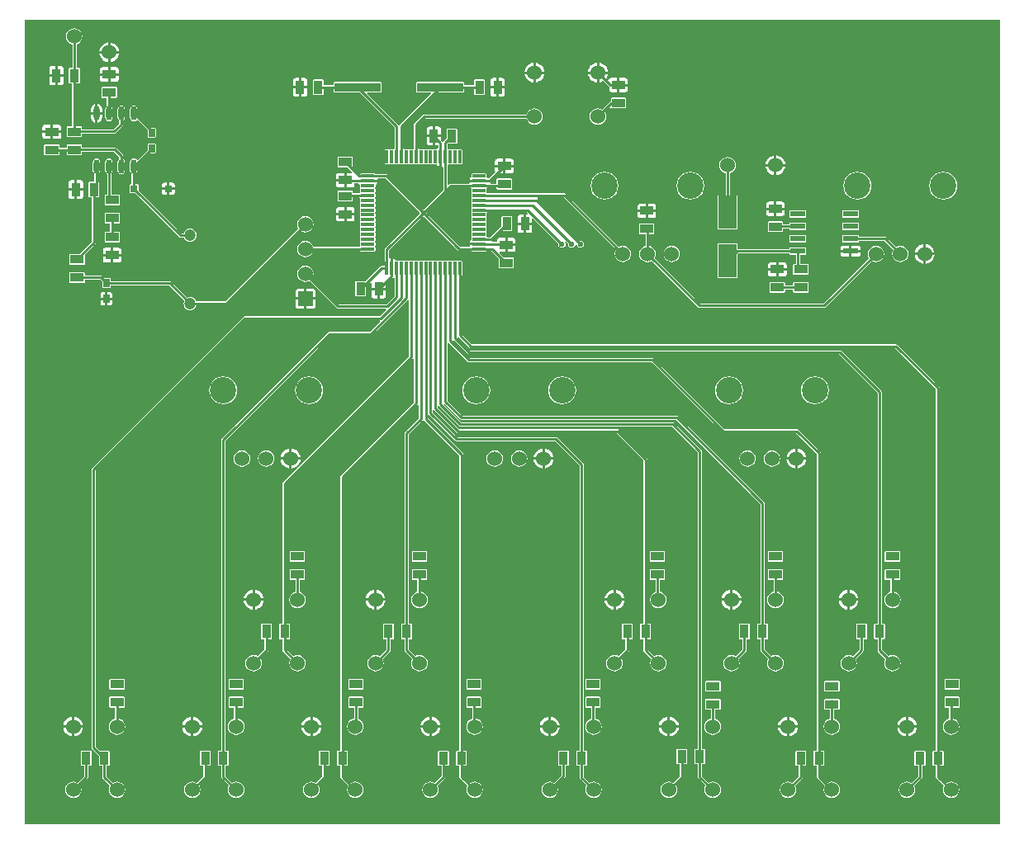
<source format=gbl>
G04 Layer_Physical_Order=2*
G04 Layer_Color=16711680*
%FSLAX25Y25*%
%MOIN*%
G70*
G01*
G75*
%ADD10C,0.01000*%
%ADD11C,0.06000*%
%ADD12C,0.10630*%
%ADD13C,0.04724*%
%ADD14R,0.06000X0.06000*%
%ADD15C,0.02362*%
%ADD16R,0.02756X0.03347*%
%ADD17R,0.03740X0.05512*%
%ADD18R,0.05512X0.03740*%
%ADD19R,0.18701X0.03543*%
%ADD20R,0.05512X0.01181*%
%ADD21R,0.01181X0.05512*%
%ADD22O,0.02362X0.05709*%
%ADD23R,0.03150X0.02756*%
%ADD24R,0.07283X0.13189*%
%ADD25R,0.06102X0.02362*%
G36*
X590551Y39370D02*
X196850D01*
Y364173D01*
X590551D01*
Y39370D01*
D02*
G37*
%LPC*%
G36*
X434539Y133890D02*
X433995Y133818D01*
X433022Y133415D01*
X432187Y132774D01*
X431545Y131939D01*
X431142Y130965D01*
X431071Y130421D01*
X434539D01*
Y133890D01*
D02*
G37*
G36*
X435539D02*
Y130421D01*
X439008D01*
X438936Y130965D01*
X438533Y131939D01*
X437892Y132774D01*
X437057Y133415D01*
X436084Y133818D01*
X435539Y133890D01*
D02*
G37*
G36*
X481783D02*
X481239Y133818D01*
X480266Y133415D01*
X479431Y132774D01*
X478789Y131939D01*
X478386Y130965D01*
X478315Y130421D01*
X481783D01*
Y133890D01*
D02*
G37*
G36*
X339083D02*
Y130421D01*
X342551D01*
X342480Y130965D01*
X342077Y131939D01*
X341435Y132774D01*
X340600Y133415D01*
X339627Y133818D01*
X339083Y133890D01*
D02*
G37*
G36*
X288870D02*
X288326Y133818D01*
X287353Y133415D01*
X286517Y132774D01*
X285876Y131939D01*
X285473Y130965D01*
X285401Y130421D01*
X288870D01*
Y133890D01*
D02*
G37*
G36*
X289870D02*
Y130421D01*
X293339D01*
X293267Y130965D01*
X292864Y131939D01*
X292223Y132774D01*
X291387Y133415D01*
X290414Y133818D01*
X289870Y133890D01*
D02*
G37*
G36*
X338083D02*
X337538Y133818D01*
X336565Y133415D01*
X335730Y132774D01*
X335089Y131939D01*
X334686Y130965D01*
X334614Y130421D01*
X338083D01*
Y133890D01*
D02*
G37*
G36*
X482783D02*
Y130421D01*
X486252D01*
X486180Y130965D01*
X485777Y131939D01*
X485136Y132774D01*
X484301Y133415D01*
X483328Y133818D01*
X482783Y133890D01*
D02*
G37*
G36*
X455118Y149636D02*
X449606D01*
X449377Y149541D01*
X449282Y149311D01*
Y145571D01*
X449377Y145341D01*
X449606Y145246D01*
X455118D01*
X455348Y145341D01*
X455443Y145571D01*
Y149311D01*
X455348Y149541D01*
X455118Y149636D01*
D02*
G37*
G36*
X502756D02*
X497244D01*
X497015Y149541D01*
X496919Y149311D01*
Y145571D01*
X497015Y145341D01*
X497244Y145246D01*
X502756D01*
X502985Y145341D01*
X503081Y145571D01*
Y149311D01*
X502985Y149541D01*
X502756Y149636D01*
D02*
G37*
G36*
X550000D02*
X544488D01*
X544258Y149541D01*
X544163Y149311D01*
Y145571D01*
X544258Y145341D01*
X544488Y145246D01*
X550000D01*
X550230Y145341D01*
X550325Y145571D01*
Y149311D01*
X550230Y149541D01*
X550000Y149636D01*
D02*
G37*
G36*
X359055D02*
X353543D01*
X353314Y149541D01*
X353219Y149311D01*
Y145571D01*
X353314Y145341D01*
X353543Y145246D01*
X359055D01*
X359285Y145341D01*
X359380Y145571D01*
Y149311D01*
X359285Y149541D01*
X359055Y149636D01*
D02*
G37*
G36*
X529028Y133890D02*
X528483Y133818D01*
X527510Y133415D01*
X526675Y132774D01*
X526034Y131939D01*
X525631Y130965D01*
X525559Y130421D01*
X529028D01*
Y133890D01*
D02*
G37*
G36*
X530028D02*
Y130421D01*
X533496D01*
X533425Y130965D01*
X533022Y131939D01*
X532380Y132774D01*
X531545Y133415D01*
X530572Y133818D01*
X530028Y133890D01*
D02*
G37*
G36*
X309842Y149636D02*
X304331D01*
X304101Y149541D01*
X304006Y149311D01*
Y145571D01*
X304101Y145341D01*
X304331Y145246D01*
X309842D01*
X310072Y145341D01*
X310167Y145571D01*
Y149311D01*
X310072Y149541D01*
X309842Y149636D01*
D02*
G37*
G36*
X434539Y129421D02*
X431071D01*
X431142Y128877D01*
X431545Y127904D01*
X432187Y127068D01*
X433022Y126427D01*
X433995Y126024D01*
X434539Y125952D01*
Y129421D01*
D02*
G37*
G36*
X439008D02*
X435539D01*
Y125952D01*
X436084Y126024D01*
X437057Y126427D01*
X437892Y127068D01*
X438533Y127904D01*
X438936Y128877D01*
X439008Y129421D01*
D02*
G37*
G36*
X481783D02*
X478315D01*
X478386Y128877D01*
X478789Y127904D01*
X479431Y127068D01*
X480266Y126427D01*
X481239Y126024D01*
X481783Y125952D01*
Y129421D01*
D02*
G37*
G36*
X342551D02*
X339083D01*
Y125952D01*
X339627Y126024D01*
X340600Y126427D01*
X341435Y127068D01*
X342077Y127904D01*
X342480Y128877D01*
X342551Y129421D01*
D02*
G37*
G36*
X288870D02*
X285401D01*
X285473Y128877D01*
X285876Y127904D01*
X286517Y127068D01*
X287353Y126427D01*
X288326Y126024D01*
X288870Y125952D01*
Y129421D01*
D02*
G37*
G36*
X293339D02*
X289870D01*
Y125952D01*
X290414Y126024D01*
X291387Y126427D01*
X292223Y127068D01*
X292864Y127904D01*
X293267Y128877D01*
X293339Y129421D01*
D02*
G37*
G36*
X338083D02*
X334614D01*
X334686Y128877D01*
X335089Y127904D01*
X335730Y127068D01*
X336565Y126427D01*
X337538Y126024D01*
X338083Y125952D01*
Y129421D01*
D02*
G37*
G36*
X486252D02*
X482783D01*
Y125952D01*
X483328Y126024D01*
X484301Y126427D01*
X485136Y127068D01*
X485777Y127904D01*
X486180Y128877D01*
X486252Y129421D01*
D02*
G37*
G36*
X455118Y142352D02*
X449606D01*
X449377Y142257D01*
X449282Y142027D01*
Y138287D01*
X449377Y138058D01*
X449606Y137963D01*
X451546D01*
Y132992D01*
X451092Y132804D01*
X450402Y132275D01*
X449873Y131585D01*
X449541Y130783D01*
X449428Y129921D01*
X449541Y129060D01*
X449873Y128257D01*
X450402Y127568D01*
X451092Y127039D01*
X451895Y126706D01*
X452756Y126593D01*
X453617Y126706D01*
X454420Y127039D01*
X455110Y127568D01*
X455639Y128257D01*
X455971Y129060D01*
X456084Y129921D01*
X455971Y130783D01*
X455639Y131585D01*
X455110Y132275D01*
X454420Y132804D01*
X453617Y133136D01*
X453178Y133194D01*
Y137963D01*
X455118D01*
X455348Y138058D01*
X455443Y138287D01*
Y142027D01*
X455348Y142257D01*
X455118Y142352D01*
D02*
G37*
G36*
X502756D02*
X497244D01*
X497015Y142257D01*
X496919Y142027D01*
Y138287D01*
X497015Y138058D01*
X497244Y137963D01*
X499184D01*
Y133142D01*
X499138Y133136D01*
X498336Y132804D01*
X497646Y132275D01*
X497118Y131585D01*
X496785Y130783D01*
X496671Y129921D01*
X496785Y129060D01*
X497118Y128257D01*
X497646Y127568D01*
X498336Y127039D01*
X499138Y126706D01*
X500000Y126593D01*
X500862Y126706D01*
X501664Y127039D01*
X502354Y127568D01*
X502882Y128257D01*
X503215Y129060D01*
X503329Y129921D01*
X503215Y130783D01*
X502882Y131585D01*
X502354Y132275D01*
X501664Y132804D01*
X500862Y133136D01*
X500816Y133142D01*
Y137963D01*
X502756D01*
X502985Y138058D01*
X503081Y138287D01*
Y142027D01*
X502985Y142257D01*
X502756Y142352D01*
D02*
G37*
G36*
X550000D02*
X544488D01*
X544258Y142257D01*
X544163Y142027D01*
Y138287D01*
X544258Y138058D01*
X544488Y137963D01*
X546428D01*
Y133142D01*
X546383Y133136D01*
X545580Y132804D01*
X544890Y132275D01*
X544361Y131585D01*
X544029Y130783D01*
X543916Y129921D01*
X544029Y129060D01*
X544361Y128257D01*
X544890Y127568D01*
X545580Y127039D01*
X546383Y126706D01*
X547244Y126593D01*
X548105Y126706D01*
X548908Y127039D01*
X549598Y127568D01*
X550127Y128257D01*
X550459Y129060D01*
X550572Y129921D01*
X550459Y130783D01*
X550127Y131585D01*
X549598Y132275D01*
X548908Y132804D01*
X548105Y133136D01*
X548060Y133142D01*
Y137963D01*
X550000D01*
X550230Y138058D01*
X550325Y138287D01*
Y142027D01*
X550230Y142257D01*
X550000Y142352D01*
D02*
G37*
G36*
X359055D02*
X353543D01*
X353314Y142257D01*
X353219Y142027D01*
Y138287D01*
X353314Y138058D01*
X353543Y137963D01*
X355484D01*
Y133142D01*
X355438Y133136D01*
X354635Y132804D01*
X353946Y132275D01*
X353417Y131585D01*
X353084Y130783D01*
X352971Y129921D01*
X353084Y129060D01*
X353417Y128257D01*
X353946Y127568D01*
X354635Y127039D01*
X355438Y126706D01*
X356299Y126593D01*
X357161Y126706D01*
X357963Y127039D01*
X358653Y127568D01*
X359182Y128257D01*
X359514Y129060D01*
X359628Y129921D01*
X359514Y130783D01*
X359182Y131585D01*
X358653Y132275D01*
X357963Y132804D01*
X357161Y133136D01*
X357115Y133142D01*
Y137963D01*
X359055D01*
X359285Y138058D01*
X359380Y138287D01*
Y142027D01*
X359285Y142257D01*
X359055Y142352D01*
D02*
G37*
G36*
X529028Y129421D02*
X525559D01*
X525631Y128877D01*
X526034Y127904D01*
X526675Y127068D01*
X527510Y126427D01*
X528483Y126024D01*
X529028Y125952D01*
Y129421D01*
D02*
G37*
G36*
X533496D02*
X530028D01*
Y125952D01*
X530572Y126024D01*
X531545Y126427D01*
X532380Y127068D01*
X533022Y127904D01*
X533425Y128877D01*
X533496Y129421D01*
D02*
G37*
G36*
X309842Y142352D02*
X304331D01*
X304101Y142257D01*
X304006Y142027D01*
Y138287D01*
X304101Y138058D01*
X304331Y137963D01*
X306271D01*
Y133142D01*
X306225Y133136D01*
X305422Y132804D01*
X304733Y132275D01*
X304204Y131585D01*
X303871Y130783D01*
X303758Y129921D01*
X303871Y129060D01*
X304204Y128257D01*
X304733Y127568D01*
X305422Y127039D01*
X306225Y126706D01*
X307087Y126593D01*
X307948Y126706D01*
X308751Y127039D01*
X309440Y127568D01*
X309969Y128257D01*
X310302Y129060D01*
X310415Y129921D01*
X310302Y130783D01*
X309969Y131585D01*
X309440Y132275D01*
X308751Y132804D01*
X307948Y133136D01*
X307902Y133142D01*
Y137963D01*
X309842D01*
X310072Y138058D01*
X310167Y138287D01*
Y142027D01*
X310072Y142257D01*
X309842Y142352D01*
D02*
G37*
G36*
X311811Y220230D02*
X310345Y220037D01*
X308979Y219472D01*
X307806Y218571D01*
X306906Y217399D01*
X306341Y216033D01*
X306148Y214567D01*
X306341Y213101D01*
X306906Y211735D01*
X307806Y210562D01*
X308979Y209662D01*
X310345Y209097D01*
X311811Y208904D01*
X313277Y209097D01*
X314643Y209662D01*
X315816Y210562D01*
X316716Y211735D01*
X317281Y213101D01*
X317474Y214567D01*
X317281Y216033D01*
X316716Y217399D01*
X315816Y218571D01*
X314643Y219472D01*
X313277Y220037D01*
X311811Y220230D01*
D02*
G37*
G36*
X379232D02*
X377766Y220037D01*
X376401Y219472D01*
X375228Y218571D01*
X374328Y217399D01*
X373762Y216033D01*
X373569Y214567D01*
X373762Y213101D01*
X374328Y211735D01*
X375228Y210562D01*
X376401Y209662D01*
X377766Y209097D01*
X379232Y208904D01*
X380698Y209097D01*
X382064Y209662D01*
X383237Y210562D01*
X384137Y211735D01*
X384703Y213101D01*
X384896Y214567D01*
X384703Y216033D01*
X384137Y217399D01*
X383237Y218571D01*
X382064Y219472D01*
X380698Y220037D01*
X379232Y220230D01*
D02*
G37*
G36*
X413878D02*
X412412Y220037D01*
X411046Y219472D01*
X409873Y218571D01*
X408973Y217399D01*
X408408Y216033D01*
X408215Y214567D01*
X408408Y213101D01*
X408973Y211735D01*
X409873Y210562D01*
X411046Y209662D01*
X412412Y209097D01*
X413878Y208904D01*
X415344Y209097D01*
X416710Y209662D01*
X417883Y210562D01*
X418783Y211735D01*
X419348Y213101D01*
X419542Y214567D01*
X419348Y216033D01*
X418783Y217399D01*
X417883Y218571D01*
X416710Y219472D01*
X415344Y220037D01*
X413878Y220230D01*
D02*
G37*
G36*
X277165D02*
X275699Y220037D01*
X274334Y219472D01*
X273161Y218571D01*
X272261Y217399D01*
X271695Y216033D01*
X271502Y214567D01*
X271695Y213101D01*
X272261Y211735D01*
X273161Y210562D01*
X274334Y209662D01*
X275699Y209097D01*
X277165Y208904D01*
X278631Y209097D01*
X279997Y209662D01*
X281170Y210562D01*
X282070Y211735D01*
X282636Y213101D01*
X282829Y214567D01*
X282636Y216033D01*
X282070Y217399D01*
X281170Y218571D01*
X279997Y219472D01*
X278631Y220037D01*
X277165Y220230D01*
D02*
G37*
G36*
X406898Y190977D02*
Y187508D01*
X410366D01*
X410295Y188052D01*
X409892Y189025D01*
X409250Y189861D01*
X408415Y190502D01*
X407442Y190905D01*
X406898Y190977D01*
D02*
G37*
G36*
X507965D02*
X507420Y190905D01*
X506447Y190502D01*
X505612Y189861D01*
X504971Y189025D01*
X504568Y188052D01*
X504496Y187508D01*
X507965D01*
Y190977D01*
D02*
G37*
G36*
X508965D02*
Y187508D01*
X512433D01*
X512362Y188052D01*
X511959Y189025D01*
X511317Y189861D01*
X510482Y190502D01*
X509509Y190905D01*
X508965Y190977D01*
D02*
G37*
G36*
X481299Y220230D02*
X479833Y220037D01*
X478468Y219472D01*
X477295Y218571D01*
X476395Y217399D01*
X475829Y216033D01*
X475636Y214567D01*
X475829Y213101D01*
X476395Y211735D01*
X477295Y210562D01*
X478468Y209662D01*
X479833Y209097D01*
X481299Y208904D01*
X482765Y209097D01*
X484131Y209662D01*
X485304Y210562D01*
X486204Y211735D01*
X486770Y213101D01*
X486963Y214567D01*
X486770Y216033D01*
X486204Y217399D01*
X485304Y218571D01*
X484131Y219472D01*
X482765Y220037D01*
X481299Y220230D01*
D02*
G37*
G36*
X232319Y251075D02*
X230421D01*
Y248882D01*
X231299D01*
X231689Y248960D01*
X232020Y249181D01*
X232241Y249511D01*
X232319Y249902D01*
Y251075D01*
D02*
G37*
G36*
X339362Y255012D02*
X336973D01*
Y252756D01*
X337050Y252366D01*
X337271Y252035D01*
X337602Y251814D01*
X337992Y251736D01*
X339362D01*
Y255012D01*
D02*
G37*
G36*
X342752D02*
X340362D01*
Y251736D01*
X341732D01*
X342123Y251814D01*
X342453Y252035D01*
X342674Y252366D01*
X342752Y252756D01*
Y255012D01*
D02*
G37*
G36*
X229421Y251075D02*
X227524D01*
Y249902D01*
X227601Y249511D01*
X227822Y249181D01*
X228153Y248960D01*
X228543Y248882D01*
X229421D01*
Y251075D01*
D02*
G37*
G36*
X515945Y220230D02*
X514479Y220037D01*
X513113Y219472D01*
X511940Y218571D01*
X511040Y217399D01*
X510475Y216033D01*
X510282Y214567D01*
X510475Y213101D01*
X511040Y211735D01*
X511940Y210562D01*
X513113Y209662D01*
X514479Y209097D01*
X515945Y208904D01*
X517411Y209097D01*
X518777Y209662D01*
X519950Y210562D01*
X520850Y211735D01*
X521415Y213101D01*
X521608Y214567D01*
X521415Y216033D01*
X520850Y217399D01*
X519950Y218571D01*
X518777Y219472D01*
X517411Y220037D01*
X515945Y220230D01*
D02*
G37*
G36*
X309736Y251153D02*
X306217D01*
Y248654D01*
X306294Y248263D01*
X306515Y247933D01*
X306846Y247712D01*
X307236Y247634D01*
X309736D01*
Y251153D01*
D02*
G37*
G36*
X314256D02*
X310736D01*
Y247634D01*
X313236D01*
X313626Y247712D01*
X313957Y247933D01*
X314178Y248263D01*
X314256Y248654D01*
Y251153D01*
D02*
G37*
G36*
X507965Y186508D02*
X504496D01*
X504568Y185964D01*
X504971Y184991D01*
X505612Y184155D01*
X506447Y183514D01*
X507420Y183111D01*
X507965Y183039D01*
Y186508D01*
D02*
G37*
G36*
X512433D02*
X508965D01*
Y183039D01*
X509509Y183111D01*
X510482Y183514D01*
X511317Y184155D01*
X511959Y184991D01*
X512362Y185964D01*
X512433Y186508D01*
D02*
G37*
G36*
X284646Y190336D02*
X283784Y190223D01*
X282981Y189891D01*
X282292Y189362D01*
X281763Y188672D01*
X281431Y187869D01*
X281317Y187008D01*
X281431Y186146D01*
X281763Y185344D01*
X282292Y184654D01*
X282981Y184125D01*
X283784Y183793D01*
X284646Y183679D01*
X285507Y183793D01*
X286310Y184125D01*
X286999Y184654D01*
X287528Y185344D01*
X287861Y186146D01*
X287974Y187008D01*
X287861Y187869D01*
X287528Y188672D01*
X286999Y189362D01*
X286310Y189891D01*
X285507Y190223D01*
X284646Y190336D01*
D02*
G37*
G36*
X410366Y186508D02*
X406898D01*
Y183039D01*
X407442Y183111D01*
X408415Y183514D01*
X409250Y184155D01*
X409892Y184991D01*
X410295Y185964D01*
X410366Y186508D01*
D02*
G37*
G36*
X303831D02*
X300362D01*
X300434Y185964D01*
X300837Y184991D01*
X301478Y184155D01*
X302313Y183514D01*
X303287Y183111D01*
X303831Y183039D01*
Y186508D01*
D02*
G37*
G36*
X308299D02*
X304831D01*
Y183039D01*
X305375Y183111D01*
X306348Y183514D01*
X307184Y184155D01*
X307825Y184991D01*
X308228Y185964D01*
X308299Y186508D01*
D02*
G37*
G36*
X405898D02*
X402429D01*
X402501Y185964D01*
X402904Y184991D01*
X403545Y184155D01*
X404380Y183514D01*
X405353Y183111D01*
X405898Y183039D01*
Y186508D01*
D02*
G37*
G36*
X294488Y190336D02*
X293627Y190223D01*
X292824Y189891D01*
X292134Y189362D01*
X291606Y188672D01*
X291273Y187869D01*
X291160Y187008D01*
X291273Y186146D01*
X291606Y185344D01*
X292134Y184654D01*
X292824Y184125D01*
X293627Y183793D01*
X294488Y183679D01*
X295350Y183793D01*
X296152Y184125D01*
X296842Y184654D01*
X297371Y185344D01*
X297703Y186146D01*
X297817Y187008D01*
X297703Y187869D01*
X297371Y188672D01*
X296842Y189362D01*
X296152Y189891D01*
X295350Y190223D01*
X294488Y190336D01*
D02*
G37*
G36*
X303831Y190977D02*
X303287Y190905D01*
X302313Y190502D01*
X301478Y189861D01*
X300837Y189025D01*
X300434Y188052D01*
X300362Y187508D01*
X303831D01*
Y190977D01*
D02*
G37*
G36*
X304831D02*
Y187508D01*
X308299D01*
X308228Y188052D01*
X307825Y189025D01*
X307184Y189861D01*
X306348Y190502D01*
X305375Y190905D01*
X304831Y190977D01*
D02*
G37*
G36*
X405898D02*
X405353Y190905D01*
X404380Y190502D01*
X403545Y189861D01*
X402904Y189025D01*
X402501Y188052D01*
X402429Y187508D01*
X405898D01*
Y190977D01*
D02*
G37*
G36*
X498622Y190336D02*
X497760Y190223D01*
X496958Y189891D01*
X496268Y189362D01*
X495740Y188672D01*
X495407Y187869D01*
X495294Y187008D01*
X495407Y186146D01*
X495740Y185344D01*
X496268Y184654D01*
X496958Y184125D01*
X497760Y183793D01*
X498622Y183679D01*
X499483Y183793D01*
X500286Y184125D01*
X500976Y184654D01*
X501505Y185344D01*
X501837Y186146D01*
X501951Y187008D01*
X501837Y187869D01*
X501505Y188672D01*
X500976Y189362D01*
X500286Y189891D01*
X499483Y190223D01*
X498622Y190336D01*
D02*
G37*
G36*
X386713D02*
X385851Y190223D01*
X385048Y189891D01*
X384359Y189362D01*
X383830Y188672D01*
X383498Y187869D01*
X383384Y187008D01*
X383498Y186146D01*
X383830Y185344D01*
X384359Y184654D01*
X385048Y184125D01*
X385851Y183793D01*
X386713Y183679D01*
X387574Y183793D01*
X388377Y184125D01*
X389066Y184654D01*
X389595Y185344D01*
X389928Y186146D01*
X390041Y187008D01*
X389928Y187869D01*
X389595Y188672D01*
X389066Y189362D01*
X388377Y189891D01*
X387574Y190223D01*
X386713Y190336D01*
D02*
G37*
G36*
X396555D02*
X395694Y190223D01*
X394891Y189891D01*
X394201Y189362D01*
X393672Y188672D01*
X393340Y187869D01*
X393227Y187008D01*
X393340Y186146D01*
X393672Y185344D01*
X394201Y184654D01*
X394891Y184125D01*
X395694Y183793D01*
X396555Y183679D01*
X397416Y183793D01*
X398219Y184125D01*
X398909Y184654D01*
X399438Y185344D01*
X399770Y186146D01*
X399884Y187008D01*
X399770Y187869D01*
X399438Y188672D01*
X398909Y189362D01*
X398219Y189891D01*
X397416Y190223D01*
X396555Y190336D01*
D02*
G37*
G36*
X488780D02*
X487918Y190223D01*
X487115Y189891D01*
X486426Y189362D01*
X485897Y188672D01*
X485565Y187869D01*
X485451Y187008D01*
X485565Y186146D01*
X485897Y185344D01*
X486426Y184654D01*
X487115Y184125D01*
X487918Y183793D01*
X488780Y183679D01*
X489641Y183793D01*
X490444Y184125D01*
X491133Y184654D01*
X491662Y185344D01*
X491995Y186146D01*
X492108Y187008D01*
X491995Y187869D01*
X491662Y188672D01*
X491133Y189362D01*
X490444Y189891D01*
X489641Y190223D01*
X488780Y190336D01*
D02*
G37*
G36*
X536614Y120207D02*
X532874D01*
X532644Y120112D01*
X532549Y119882D01*
Y114370D01*
X532644Y114140D01*
X532874Y114045D01*
X533928D01*
Y109885D01*
X531228Y107185D01*
X531192Y107213D01*
X530389Y107546D01*
X529528Y107659D01*
X528666Y107546D01*
X527863Y107213D01*
X527174Y106684D01*
X526645Y105995D01*
X526312Y105192D01*
X526199Y104331D01*
X526312Y103469D01*
X526645Y102667D01*
X527174Y101977D01*
X527863Y101448D01*
X528666Y101116D01*
X529528Y101002D01*
X530389Y101116D01*
X531192Y101448D01*
X531881Y101977D01*
X532410Y102667D01*
X532743Y103469D01*
X532856Y104331D01*
X532743Y105192D01*
X532410Y105995D01*
X532382Y106032D01*
X535321Y108970D01*
X535321Y108970D01*
X535498Y109235D01*
X535560Y109547D01*
Y114045D01*
X536614D01*
X536844Y114140D01*
X536939Y114370D01*
Y119882D01*
X536844Y120112D01*
X536614Y120207D01*
D02*
G37*
G36*
X460943Y78240D02*
X457474D01*
Y74771D01*
X458018Y74843D01*
X458991Y75246D01*
X459827Y75887D01*
X460468Y76723D01*
X460871Y77696D01*
X460943Y78240D01*
D02*
G37*
G36*
X504562D02*
X501093D01*
X501165Y77696D01*
X501568Y76723D01*
X502209Y75887D01*
X503045Y75246D01*
X504018Y74843D01*
X504562Y74771D01*
Y78240D01*
D02*
G37*
G36*
X509030D02*
X505562D01*
Y74771D01*
X506106Y74843D01*
X507079Y75246D01*
X507915Y75887D01*
X508556Y76723D01*
X508959Y77696D01*
X509030Y78240D01*
D02*
G37*
G36*
X456474D02*
X453005D01*
X453077Y77696D01*
X453480Y76723D01*
X454121Y75887D01*
X454957Y75246D01*
X455930Y74843D01*
X456474Y74771D01*
Y78240D01*
D02*
G37*
G36*
X364767D02*
X361299D01*
Y74771D01*
X361843Y74843D01*
X362816Y75246D01*
X363651Y75887D01*
X364293Y76723D01*
X364696Y77696D01*
X364767Y78240D01*
D02*
G37*
G36*
X408386D02*
X404918D01*
X404989Y77696D01*
X405392Y76723D01*
X406034Y75887D01*
X406869Y75246D01*
X407842Y74843D01*
X408386Y74771D01*
Y78240D01*
D02*
G37*
G36*
X412855D02*
X409386D01*
Y74771D01*
X409931Y74843D01*
X410904Y75246D01*
X411739Y75887D01*
X412380Y76723D01*
X412783Y77696D01*
X412855Y78240D01*
D02*
G37*
G36*
X552650D02*
X549181D01*
X549253Y77696D01*
X549656Y76723D01*
X550297Y75887D01*
X551132Y75246D01*
X552105Y74843D01*
X552650Y74771D01*
Y78240D01*
D02*
G37*
G36*
X381102Y90777D02*
X375590D01*
X375361Y90682D01*
X375266Y90453D01*
Y86712D01*
X375361Y86483D01*
X375590Y86388D01*
X377531D01*
Y81904D01*
X376851Y81623D01*
X376162Y81094D01*
X375633Y80404D01*
X375300Y79602D01*
X375187Y78740D01*
X375300Y77879D01*
X375633Y77076D01*
X376162Y76387D01*
X376851Y75858D01*
X377654Y75525D01*
X378515Y75412D01*
X379377Y75525D01*
X380179Y75858D01*
X380869Y76387D01*
X381398Y77076D01*
X381730Y77879D01*
X381844Y78740D01*
X381730Y79602D01*
X381398Y80404D01*
X380869Y81094D01*
X380179Y81623D01*
X379377Y81955D01*
X379162Y81984D01*
Y86388D01*
X381102D01*
X381332Y86483D01*
X381427Y86712D01*
Y90453D01*
X381332Y90682D01*
X381102Y90777D01*
D02*
G37*
G36*
X429134D02*
X423622D01*
X423392Y90682D01*
X423297Y90453D01*
Y86712D01*
X423392Y86483D01*
X423622Y86388D01*
X425562D01*
Y81881D01*
X424939Y81623D01*
X424249Y81094D01*
X423720Y80404D01*
X423388Y79602D01*
X423274Y78740D01*
X423388Y77879D01*
X423720Y77076D01*
X424249Y76387D01*
X424939Y75858D01*
X425741Y75525D01*
X426603Y75412D01*
X427464Y75525D01*
X428267Y75858D01*
X428956Y76387D01*
X429485Y77076D01*
X429818Y77879D01*
X429931Y78740D01*
X429818Y79602D01*
X429485Y80404D01*
X428956Y81094D01*
X428267Y81623D01*
X427464Y81955D01*
X427194Y81991D01*
Y86388D01*
X429134D01*
X429363Y86483D01*
X429459Y86712D01*
Y90453D01*
X429363Y90682D01*
X429134Y90777D01*
D02*
G37*
G36*
X477559Y89892D02*
X472047D01*
X471818Y89797D01*
X471723Y89567D01*
Y85827D01*
X471818Y85597D01*
X472047Y85502D01*
X473987D01*
Y81976D01*
X473829Y81955D01*
X473026Y81623D01*
X472337Y81094D01*
X471808Y80404D01*
X471476Y79602D01*
X471362Y78740D01*
X471476Y77879D01*
X471808Y77076D01*
X472337Y76387D01*
X473026Y75858D01*
X473829Y75525D01*
X474691Y75412D01*
X475552Y75525D01*
X476355Y75858D01*
X477044Y76387D01*
X477573Y77076D01*
X477906Y77879D01*
X478019Y78740D01*
X477906Y79602D01*
X477573Y80404D01*
X477044Y81094D01*
X476355Y81623D01*
X475619Y81928D01*
Y85502D01*
X477559D01*
X477789Y85597D01*
X477884Y85827D01*
Y89567D01*
X477789Y89797D01*
X477559Y89892D01*
D02*
G37*
G36*
X333465Y90777D02*
X327953D01*
X327723Y90682D01*
X327628Y90453D01*
Y86712D01*
X327723Y86483D01*
X327953Y86388D01*
X329893D01*
Y81998D01*
X329566Y81955D01*
X328763Y81623D01*
X328074Y81094D01*
X327545Y80404D01*
X327212Y79602D01*
X327099Y78740D01*
X327212Y77879D01*
X327545Y77076D01*
X328074Y76387D01*
X328763Y75858D01*
X329566Y75525D01*
X330427Y75412D01*
X331289Y75525D01*
X332092Y75858D01*
X332781Y76387D01*
X333310Y77076D01*
X333643Y77879D01*
X333756Y78740D01*
X333643Y79602D01*
X333310Y80404D01*
X332781Y81094D01*
X332092Y81623D01*
X331524Y81858D01*
Y86388D01*
X333465D01*
X333694Y86483D01*
X333789Y86712D01*
Y90453D01*
X333694Y90682D01*
X333465Y90777D01*
D02*
G37*
G36*
X557118Y78240D02*
X553650D01*
Y74771D01*
X554194Y74843D01*
X555167Y75246D01*
X556002Y75887D01*
X556644Y76723D01*
X557047Y77696D01*
X557118Y78240D01*
D02*
G37*
G36*
X237008Y90777D02*
X231496D01*
X231266Y90682D01*
X231171Y90453D01*
Y86712D01*
X231266Y86483D01*
X231496Y86388D01*
X233436D01*
Y81961D01*
X233390Y81955D01*
X232588Y81623D01*
X231898Y81094D01*
X231369Y80404D01*
X231037Y79602D01*
X230924Y78740D01*
X231037Y77879D01*
X231369Y77076D01*
X231898Y76387D01*
X232588Y75858D01*
X233390Y75525D01*
X234252Y75412D01*
X235114Y75525D01*
X235916Y75858D01*
X236606Y76387D01*
X237135Y77076D01*
X237467Y77879D01*
X237580Y78740D01*
X237467Y79602D01*
X237135Y80404D01*
X236606Y81094D01*
X235916Y81623D01*
X235114Y81955D01*
X235068Y81961D01*
Y86388D01*
X237008D01*
X237238Y86483D01*
X237333Y86712D01*
Y90453D01*
X237238Y90682D01*
X237008Y90777D01*
D02*
G37*
G36*
X285039D02*
X279527D01*
X279298Y90682D01*
X279203Y90453D01*
Y86712D01*
X279298Y86483D01*
X279527Y86388D01*
X281468D01*
Y81951D01*
X280676Y81623D01*
X279986Y81094D01*
X279457Y80404D01*
X279125Y79602D01*
X279011Y78740D01*
X279125Y77879D01*
X279457Y77076D01*
X279986Y76387D01*
X280676Y75858D01*
X281478Y75525D01*
X282340Y75412D01*
X283201Y75525D01*
X284004Y75858D01*
X284693Y76387D01*
X285222Y77076D01*
X285555Y77879D01*
X285668Y78740D01*
X285555Y79602D01*
X285222Y80404D01*
X284693Y81094D01*
X284004Y81623D01*
X283201Y81955D01*
X283099Y81969D01*
Y86388D01*
X285039D01*
X285269Y86483D01*
X285364Y86712D01*
Y90453D01*
X285269Y90682D01*
X285039Y90777D01*
D02*
G37*
G36*
X367885Y69025D02*
X364145D01*
X363915Y68930D01*
X363820Y68701D01*
Y63189D01*
X363915Y62959D01*
X364145Y62864D01*
X365199D01*
Y58704D01*
X362499Y56004D01*
X362463Y56032D01*
X361660Y56365D01*
X360799Y56478D01*
X359937Y56365D01*
X359134Y56032D01*
X358445Y55503D01*
X357916Y54814D01*
X357583Y54011D01*
X357470Y53150D01*
X357583Y52288D01*
X357916Y51485D01*
X358445Y50796D01*
X359134Y50267D01*
X359937Y49935D01*
X360799Y49821D01*
X361660Y49935D01*
X362463Y50267D01*
X363152Y50796D01*
X363681Y51485D01*
X364014Y52288D01*
X364127Y53150D01*
X364014Y54011D01*
X363681Y54814D01*
X363653Y54851D01*
X366592Y57789D01*
X366592Y57789D01*
X366769Y58054D01*
X366831Y58366D01*
X366831Y58366D01*
Y62864D01*
X367885D01*
X368115Y62959D01*
X368210Y63189D01*
Y68701D01*
X368115Y68930D01*
X367885Y69025D01*
D02*
G37*
G36*
X464061Y69616D02*
X460321D01*
X460091Y69521D01*
X459996Y69291D01*
Y63779D01*
X460091Y63550D01*
X460321Y63455D01*
X461375D01*
Y58704D01*
X458675Y56004D01*
X458638Y56032D01*
X457835Y56365D01*
X456974Y56478D01*
X456112Y56365D01*
X455310Y56032D01*
X454620Y55503D01*
X454091Y54814D01*
X453759Y54011D01*
X453646Y53150D01*
X453759Y52288D01*
X454091Y51485D01*
X454620Y50796D01*
X455310Y50267D01*
X456112Y49935D01*
X456974Y49821D01*
X457835Y49935D01*
X458638Y50267D01*
X459328Y50796D01*
X459857Y51485D01*
X460189Y52288D01*
X460302Y53150D01*
X460189Y54011D01*
X459857Y54814D01*
X459828Y54851D01*
X462767Y57789D01*
X462767Y57789D01*
X462944Y58054D01*
X463006Y58366D01*
X463006Y58366D01*
Y63455D01*
X464061D01*
X464290Y63550D01*
X464385Y63779D01*
Y69291D01*
X464290Y69521D01*
X464061Y69616D01*
D02*
G37*
G36*
X512149Y69025D02*
X508408D01*
X508179Y68930D01*
X508084Y68701D01*
Y63189D01*
X508179Y62959D01*
X508408Y62864D01*
X509463D01*
Y58704D01*
X506763Y56004D01*
X506726Y56032D01*
X505923Y56365D01*
X505062Y56478D01*
X504200Y56365D01*
X503398Y56032D01*
X502708Y55503D01*
X502179Y54814D01*
X501847Y54011D01*
X501733Y53150D01*
X501847Y52288D01*
X502179Y51485D01*
X502708Y50796D01*
X503398Y50267D01*
X504200Y49935D01*
X505062Y49821D01*
X505923Y49935D01*
X506726Y50267D01*
X507415Y50796D01*
X507944Y51485D01*
X508277Y52288D01*
X508390Y53150D01*
X508277Y54011D01*
X507944Y54814D01*
X507916Y54851D01*
X510855Y57789D01*
X510855Y57789D01*
X511032Y58054D01*
X511094Y58366D01*
X511094Y58366D01*
Y62864D01*
X512149D01*
X512378Y62959D01*
X512473Y63189D01*
Y68701D01*
X512378Y68930D01*
X512149Y69025D01*
D02*
G37*
G36*
X319797D02*
X316057D01*
X315828Y68930D01*
X315733Y68701D01*
Y63189D01*
X315828Y62959D01*
X316057Y62864D01*
X317112D01*
Y58704D01*
X314412Y56004D01*
X314375Y56032D01*
X313572Y56365D01*
X312711Y56478D01*
X311849Y56365D01*
X311047Y56032D01*
X310357Y55503D01*
X309828Y54814D01*
X309496Y54011D01*
X309382Y53150D01*
X309496Y52288D01*
X309828Y51485D01*
X310357Y50796D01*
X311047Y50267D01*
X311849Y49935D01*
X312711Y49821D01*
X313572Y49935D01*
X314375Y50267D01*
X315064Y50796D01*
X315593Y51485D01*
X315926Y52288D01*
X316039Y53150D01*
X315926Y54011D01*
X315593Y54814D01*
X315565Y54851D01*
X318504Y57789D01*
X318504Y57789D01*
X318681Y58054D01*
X318743Y58366D01*
X318743Y58366D01*
Y62864D01*
X319797D01*
X320027Y62959D01*
X320122Y63189D01*
Y68701D01*
X320027Y68930D01*
X319797Y69025D01*
D02*
G37*
G36*
X560236D02*
X556496D01*
X556266Y68930D01*
X556171Y68701D01*
Y63189D01*
X556266Y62959D01*
X556496Y62864D01*
X557550D01*
Y58704D01*
X554850Y56004D01*
X554814Y56032D01*
X554011Y56365D01*
X553150Y56478D01*
X552288Y56365D01*
X551485Y56032D01*
X550796Y55503D01*
X550267Y54814D01*
X549934Y54011D01*
X549821Y53150D01*
X549934Y52288D01*
X550267Y51485D01*
X550796Y50796D01*
X551485Y50267D01*
X552288Y49935D01*
X553150Y49821D01*
X554011Y49935D01*
X554814Y50267D01*
X555503Y50796D01*
X556032Y51485D01*
X556365Y52288D01*
X556478Y53150D01*
X556365Y54011D01*
X556032Y54814D01*
X556004Y54851D01*
X558943Y57789D01*
X558943Y57789D01*
X559120Y58054D01*
X559182Y58366D01*
Y62864D01*
X560236D01*
X560466Y62959D01*
X560561Y63189D01*
Y68701D01*
X560466Y68930D01*
X560236Y69025D01*
D02*
G37*
G36*
X271710D02*
X267970D01*
X267740Y68930D01*
X267645Y68701D01*
Y63189D01*
X267740Y62959D01*
X267970Y62864D01*
X269024D01*
Y58704D01*
X266324Y56004D01*
X266287Y56032D01*
X265485Y56365D01*
X264623Y56478D01*
X263762Y56365D01*
X262959Y56032D01*
X262270Y55503D01*
X261741Y54814D01*
X261408Y54011D01*
X261295Y53150D01*
X261408Y52288D01*
X261741Y51485D01*
X262270Y50796D01*
X262959Y50267D01*
X263762Y49935D01*
X264623Y49821D01*
X265485Y49935D01*
X266287Y50267D01*
X266977Y50796D01*
X267506Y51485D01*
X267838Y52288D01*
X267952Y53150D01*
X267838Y54011D01*
X267506Y54814D01*
X267478Y54851D01*
X270416Y57789D01*
X270417Y57789D01*
X270593Y58054D01*
X270655Y58366D01*
X270655Y58366D01*
Y62864D01*
X271710D01*
X271939Y62959D01*
X272035Y63189D01*
Y68701D01*
X271939Y68930D01*
X271710Y69025D01*
D02*
G37*
G36*
X223622D02*
X219882D01*
X219652Y68930D01*
X219557Y68701D01*
Y63189D01*
X219652Y62959D01*
X219882Y62864D01*
X220936D01*
Y58704D01*
X218236Y56004D01*
X218200Y56032D01*
X217397Y56365D01*
X216535Y56478D01*
X215674Y56365D01*
X214871Y56032D01*
X214182Y55503D01*
X213653Y54814D01*
X213320Y54011D01*
X213207Y53150D01*
X213320Y52288D01*
X213653Y51485D01*
X214182Y50796D01*
X214871Y50267D01*
X215674Y49935D01*
X216535Y49821D01*
X217397Y49935D01*
X218200Y50267D01*
X218889Y50796D01*
X219418Y51485D01*
X219750Y52288D01*
X219864Y53150D01*
X219750Y54011D01*
X219418Y54814D01*
X219390Y54851D01*
X222329Y57789D01*
X222329Y57789D01*
X222506Y58054D01*
X222568Y58366D01*
X222568Y58366D01*
Y62864D01*
X223622D01*
X223852Y62959D01*
X223947Y63189D01*
Y68701D01*
X223852Y68930D01*
X223622Y69025D01*
D02*
G37*
G36*
X416339D02*
X412599D01*
X412369Y68930D01*
X412274Y68701D01*
Y63189D01*
X412369Y62959D01*
X412599Y62864D01*
X413653D01*
Y59070D01*
X410587Y56004D01*
X410551Y56032D01*
X409748Y56365D01*
X408886Y56478D01*
X408025Y56365D01*
X407222Y56032D01*
X406533Y55503D01*
X406004Y54814D01*
X405671Y54011D01*
X405558Y53150D01*
X405671Y52288D01*
X406004Y51485D01*
X406533Y50796D01*
X407222Y50267D01*
X408025Y49935D01*
X408886Y49821D01*
X409748Y49935D01*
X410551Y50267D01*
X411240Y50796D01*
X411769Y51485D01*
X412102Y52288D01*
X412215Y53150D01*
X412102Y54011D01*
X411769Y54814D01*
X411741Y54851D01*
X415045Y58155D01*
X415045Y58155D01*
X415222Y58420D01*
X415284Y58732D01*
Y62864D01*
X416339D01*
X416568Y62959D01*
X416663Y63189D01*
Y68701D01*
X416568Y68930D01*
X416339Y69025D01*
D02*
G37*
G36*
X312211Y78240D02*
X308742D01*
X308814Y77696D01*
X309217Y76723D01*
X309858Y75887D01*
X310694Y75246D01*
X311667Y74843D01*
X312211Y74771D01*
Y78240D01*
D02*
G37*
G36*
X316680D02*
X313211D01*
Y74771D01*
X313755Y74843D01*
X314728Y75246D01*
X315564Y75887D01*
X316205Y76723D01*
X316608Y77696D01*
X316680Y78240D01*
D02*
G37*
G36*
X360299D02*
X356830D01*
X356902Y77696D01*
X357305Y76723D01*
X357946Y75887D01*
X358781Y75246D01*
X359754Y74843D01*
X360299Y74771D01*
Y78240D01*
D02*
G37*
G36*
X268592D02*
X265123D01*
Y74771D01*
X265667Y74843D01*
X266640Y75246D01*
X267476Y75887D01*
X268117Y76723D01*
X268520Y77696D01*
X268592Y78240D01*
D02*
G37*
G36*
X216035D02*
X212567D01*
X212638Y77696D01*
X213041Y76723D01*
X213683Y75887D01*
X214518Y75246D01*
X215491Y74843D01*
X216035Y74771D01*
Y78240D01*
D02*
G37*
G36*
X220504D02*
X217035D01*
Y74771D01*
X217580Y74843D01*
X218553Y75246D01*
X219388Y75887D01*
X220029Y76723D01*
X220432Y77696D01*
X220504Y78240D01*
D02*
G37*
G36*
X264123D02*
X260654D01*
X260726Y77696D01*
X261129Y76723D01*
X261770Y75887D01*
X262606Y75246D01*
X263579Y74843D01*
X264123Y74771D01*
Y78240D01*
D02*
G37*
G36*
X525591Y97175D02*
X520079D01*
X519849Y97080D01*
X519754Y96851D01*
Y93110D01*
X519849Y92881D01*
X520079Y92786D01*
X525591D01*
X525820Y92881D01*
X525915Y93110D01*
Y96851D01*
X525820Y97080D01*
X525591Y97175D01*
D02*
G37*
G36*
X237008Y98061D02*
X231496D01*
X231266Y97966D01*
X231171Y97736D01*
Y93996D01*
X231266Y93766D01*
X231496Y93671D01*
X237008D01*
X237238Y93766D01*
X237333Y93996D01*
Y97736D01*
X237238Y97966D01*
X237008Y98061D01*
D02*
G37*
G36*
X285039D02*
X279527D01*
X279298Y97966D01*
X279203Y97736D01*
Y93996D01*
X279298Y93766D01*
X279527Y93671D01*
X285039D01*
X285269Y93766D01*
X285364Y93996D01*
Y97736D01*
X285269Y97966D01*
X285039Y98061D01*
D02*
G37*
G36*
X477559Y97175D02*
X472047D01*
X471818Y97080D01*
X471723Y96851D01*
Y93110D01*
X471818Y92881D01*
X472047Y92786D01*
X477559D01*
X477789Y92881D01*
X477884Y93110D01*
Y96851D01*
X477789Y97080D01*
X477559Y97175D01*
D02*
G37*
G36*
X505562Y82709D02*
Y79240D01*
X509030D01*
X508959Y79784D01*
X508556Y80757D01*
X507915Y81593D01*
X507079Y82234D01*
X506106Y82637D01*
X505562Y82709D01*
D02*
G37*
G36*
X552650D02*
X552105Y82637D01*
X551132Y82234D01*
X550297Y81593D01*
X549656Y80757D01*
X549253Y79784D01*
X549181Y79240D01*
X552650D01*
Y82709D01*
D02*
G37*
G36*
X553650D02*
Y79240D01*
X557118D01*
X557047Y79784D01*
X556644Y80757D01*
X556002Y81593D01*
X555167Y82234D01*
X554194Y82637D01*
X553650Y82709D01*
D02*
G37*
G36*
X333465Y98061D02*
X327953D01*
X327723Y97966D01*
X327628Y97736D01*
Y93996D01*
X327723Y93766D01*
X327953Y93671D01*
X333465D01*
X333694Y93766D01*
X333789Y93996D01*
Y97736D01*
X333694Y97966D01*
X333465Y98061D01*
D02*
G37*
G36*
X345669Y120207D02*
X341929D01*
X341700Y120112D01*
X341604Y119882D01*
Y114370D01*
X341700Y114140D01*
X341929Y114045D01*
X342984D01*
Y109885D01*
X340283Y107185D01*
X340247Y107213D01*
X339444Y107546D01*
X338583Y107659D01*
X337721Y107546D01*
X336918Y107213D01*
X336229Y106684D01*
X335700Y105995D01*
X335367Y105192D01*
X335254Y104331D01*
X335367Y103469D01*
X335700Y102667D01*
X336229Y101977D01*
X336918Y101448D01*
X337721Y101116D01*
X338583Y101002D01*
X339444Y101116D01*
X340247Y101448D01*
X340936Y101977D01*
X341465Y102667D01*
X341798Y103469D01*
X341911Y104331D01*
X341798Y105192D01*
X341465Y105995D01*
X341437Y106032D01*
X344376Y108970D01*
X344376Y108970D01*
X344553Y109235D01*
X344615Y109547D01*
X344615Y109547D01*
Y114045D01*
X345669D01*
X345899Y114140D01*
X345994Y114370D01*
Y119882D01*
X345899Y120112D01*
X345669Y120207D01*
D02*
G37*
G36*
X442126D02*
X438386D01*
X438156Y120112D01*
X438061Y119882D01*
Y114370D01*
X438156Y114140D01*
X438386Y114045D01*
X439440D01*
Y109885D01*
X436740Y107185D01*
X436704Y107213D01*
X435901Y107546D01*
X435039Y107659D01*
X434178Y107546D01*
X433375Y107213D01*
X432686Y106684D01*
X432157Y105995D01*
X431824Y105192D01*
X431711Y104331D01*
X431824Y103469D01*
X432157Y102667D01*
X432686Y101977D01*
X433375Y101448D01*
X434178Y101116D01*
X435039Y101002D01*
X435901Y101116D01*
X436704Y101448D01*
X437393Y101977D01*
X437922Y102667D01*
X438254Y103469D01*
X438368Y104331D01*
X438254Y105192D01*
X437922Y105995D01*
X437894Y106032D01*
X440833Y108970D01*
X440833Y108970D01*
X441010Y109235D01*
X441072Y109547D01*
X441072Y109547D01*
Y114045D01*
X442126D01*
X442356Y114140D01*
X442451Y114370D01*
Y119882D01*
X442356Y120112D01*
X442126Y120207D01*
D02*
G37*
G36*
X489370D02*
X485630D01*
X485400Y120112D01*
X485305Y119882D01*
Y114370D01*
X485400Y114140D01*
X485630Y114045D01*
X486684D01*
Y109885D01*
X483984Y107185D01*
X483948Y107213D01*
X483145Y107546D01*
X482283Y107659D01*
X481422Y107546D01*
X480619Y107213D01*
X479930Y106684D01*
X479401Y105995D01*
X479068Y105192D01*
X478955Y104331D01*
X479068Y103469D01*
X479401Y102667D01*
X479930Y101977D01*
X480619Y101448D01*
X481422Y101116D01*
X482283Y101002D01*
X483145Y101116D01*
X483948Y101448D01*
X484637Y101977D01*
X485166Y102667D01*
X485499Y103469D01*
X485612Y104331D01*
X485499Y105192D01*
X485166Y105995D01*
X485138Y106032D01*
X488077Y108970D01*
X488077Y108970D01*
X488254Y109235D01*
X488316Y109547D01*
X488316Y109547D01*
Y114045D01*
X489370D01*
X489600Y114140D01*
X489695Y114370D01*
Y119882D01*
X489600Y120112D01*
X489370Y120207D01*
D02*
G37*
G36*
X296457D02*
X292717D01*
X292487Y120112D01*
X292392Y119882D01*
Y114370D01*
X292487Y114140D01*
X292717Y114045D01*
X293771D01*
Y109885D01*
X291071Y107185D01*
X291034Y107213D01*
X290231Y107546D01*
X289370Y107659D01*
X288509Y107546D01*
X287706Y107213D01*
X287016Y106684D01*
X286487Y105995D01*
X286155Y105192D01*
X286041Y104331D01*
X286155Y103469D01*
X286487Y102667D01*
X287016Y101977D01*
X287706Y101448D01*
X288509Y101116D01*
X289370Y101002D01*
X290231Y101116D01*
X291034Y101448D01*
X291724Y101977D01*
X292253Y102667D01*
X292585Y103469D01*
X292699Y104331D01*
X292585Y105192D01*
X292253Y105995D01*
X292225Y106032D01*
X295163Y108970D01*
X295163Y108970D01*
X295340Y109235D01*
X295402Y109547D01*
X295402Y109547D01*
Y114045D01*
X296457D01*
X296686Y114140D01*
X296781Y114370D01*
Y119882D01*
X296686Y120112D01*
X296457Y120207D01*
D02*
G37*
G36*
X381102Y98061D02*
X375590D01*
X375361Y97966D01*
X375266Y97736D01*
Y93996D01*
X375361Y93766D01*
X375590Y93671D01*
X381102D01*
X381332Y93766D01*
X381427Y93996D01*
Y97736D01*
X381332Y97966D01*
X381102Y98061D01*
D02*
G37*
G36*
X429134D02*
X423622D01*
X423392Y97966D01*
X423297Y97736D01*
Y93996D01*
X423392Y93766D01*
X423622Y93671D01*
X429134D01*
X429363Y93766D01*
X429459Y93996D01*
Y97736D01*
X429363Y97966D01*
X429134Y98061D01*
D02*
G37*
G36*
X574016D02*
X568504D01*
X568274Y97966D01*
X568179Y97736D01*
Y93996D01*
X568274Y93766D01*
X568504Y93671D01*
X574016D01*
X574245Y93766D01*
X574340Y93996D01*
Y97736D01*
X574245Y97966D01*
X574016Y98061D01*
D02*
G37*
G36*
X264123Y82709D02*
X263579Y82637D01*
X262606Y82234D01*
X261770Y81593D01*
X261129Y80757D01*
X260726Y79784D01*
X260654Y79240D01*
X264123D01*
Y82709D01*
D02*
G37*
G36*
X265123D02*
Y79240D01*
X268592D01*
X268520Y79784D01*
X268117Y80757D01*
X267476Y81593D01*
X266640Y82234D01*
X265667Y82637D01*
X265123Y82709D01*
D02*
G37*
G36*
X312211D02*
X311667Y82637D01*
X310694Y82234D01*
X309858Y81593D01*
X309217Y80757D01*
X308814Y79784D01*
X308742Y79240D01*
X312211D01*
Y82709D01*
D02*
G37*
G36*
X217035D02*
Y79240D01*
X220504D01*
X220432Y79784D01*
X220029Y80757D01*
X219388Y81593D01*
X218553Y82234D01*
X217580Y82637D01*
X217035Y82709D01*
D02*
G37*
G36*
X522835Y90087D02*
X522522Y90025D01*
X522323Y89892D01*
X520079D01*
X519849Y89797D01*
X519754Y89567D01*
Y85827D01*
X519849Y85597D01*
X520079Y85502D01*
X521963D01*
Y81961D01*
X521917Y81955D01*
X521114Y81623D01*
X520425Y81094D01*
X519896Y80404D01*
X519563Y79602D01*
X519450Y78740D01*
X519563Y77879D01*
X519896Y77076D01*
X520425Y76387D01*
X521114Y75858D01*
X521917Y75525D01*
X522778Y75412D01*
X523640Y75525D01*
X524443Y75858D01*
X525132Y76387D01*
X525661Y77076D01*
X525993Y77879D01*
X526107Y78740D01*
X525993Y79602D01*
X525661Y80404D01*
X525132Y81094D01*
X524443Y81623D01*
X523640Y81955D01*
X523594Y81961D01*
Y85502D01*
X525591D01*
X525820Y85597D01*
X525915Y85827D01*
Y89567D01*
X525820Y89797D01*
X525591Y89892D01*
X523347D01*
X523147Y90025D01*
X522835Y90087D01*
D02*
G37*
G36*
X574016Y90777D02*
X568504D01*
X568274Y90682D01*
X568179Y90453D01*
Y86712D01*
X568274Y86483D01*
X568504Y86388D01*
X570050D01*
Y81961D01*
X570005Y81955D01*
X569202Y81623D01*
X568512Y81094D01*
X567983Y80404D01*
X567651Y79602D01*
X567537Y78740D01*
X567651Y77879D01*
X567983Y77076D01*
X568512Y76387D01*
X569202Y75858D01*
X570005Y75525D01*
X570866Y75412D01*
X571728Y75525D01*
X572530Y75858D01*
X573220Y76387D01*
X573748Y77076D01*
X574081Y77879D01*
X574194Y78740D01*
X574081Y79602D01*
X573748Y80404D01*
X573220Y81094D01*
X572530Y81623D01*
X571728Y81955D01*
X571682Y81961D01*
Y86388D01*
X574016D01*
X574245Y86483D01*
X574340Y86712D01*
Y90453D01*
X574245Y90682D01*
X574016Y90777D01*
D02*
G37*
G36*
X216035Y82709D02*
X215491Y82637D01*
X214518Y82234D01*
X213683Y81593D01*
X213041Y80757D01*
X212638Y79784D01*
X212567Y79240D01*
X216035D01*
Y82709D01*
D02*
G37*
G36*
X313211D02*
Y79240D01*
X316680D01*
X316608Y79784D01*
X316205Y80757D01*
X315564Y81593D01*
X314728Y82234D01*
X313755Y82637D01*
X313211Y82709D01*
D02*
G37*
G36*
X456474D02*
X455930Y82637D01*
X454957Y82234D01*
X454121Y81593D01*
X453480Y80757D01*
X453077Y79784D01*
X453005Y79240D01*
X456474D01*
Y82709D01*
D02*
G37*
G36*
X457474D02*
Y79240D01*
X460943D01*
X460871Y79784D01*
X460468Y80757D01*
X459827Y81593D01*
X458991Y82234D01*
X458018Y82637D01*
X457474Y82709D01*
D02*
G37*
G36*
X504562D02*
X504018Y82637D01*
X503045Y82234D01*
X502209Y81593D01*
X501568Y80757D01*
X501165Y79784D01*
X501093Y79240D01*
X504562D01*
Y82709D01*
D02*
G37*
G36*
X409386D02*
Y79240D01*
X412855D01*
X412783Y79784D01*
X412380Y80757D01*
X411739Y81593D01*
X410904Y82234D01*
X409931Y82637D01*
X409386Y82709D01*
D02*
G37*
G36*
X360299D02*
X359754Y82637D01*
X358781Y82234D01*
X357946Y81593D01*
X357305Y80757D01*
X356902Y79784D01*
X356830Y79240D01*
X360299D01*
Y82709D01*
D02*
G37*
G36*
X361299D02*
Y79240D01*
X364767D01*
X364696Y79784D01*
X364293Y80757D01*
X363651Y81593D01*
X362816Y82234D01*
X361843Y82637D01*
X361299Y82709D01*
D02*
G37*
G36*
X408386D02*
X407842Y82637D01*
X406869Y82234D01*
X406034Y81593D01*
X405392Y80757D01*
X404989Y79784D01*
X404918Y79240D01*
X408386D01*
Y82709D01*
D02*
G37*
G36*
X361606Y321098D02*
X360236D01*
X359846Y321021D01*
X359515Y320800D01*
X359294Y320469D01*
X359217Y320079D01*
Y317823D01*
X361606D01*
Y321098D01*
D02*
G37*
G36*
X363976D02*
X362606D01*
Y317823D01*
X364996D01*
Y320079D01*
X364918Y320469D01*
X364697Y320800D01*
X364367Y321021D01*
X363976Y321098D01*
D02*
G37*
G36*
X216929Y360809D02*
X216068Y360695D01*
X215265Y360363D01*
X214576Y359834D01*
X214047Y359144D01*
X213714Y358342D01*
X213601Y357480D01*
X213714Y356619D01*
X214047Y355816D01*
X214576Y355127D01*
X215265Y354598D01*
X216068Y354265D01*
X216212Y354246D01*
Y344813D01*
X215158D01*
X214928Y344718D01*
X214833Y344488D01*
Y338976D01*
X214928Y338747D01*
X215158Y338652D01*
X216113D01*
Y321191D01*
X214173D01*
X213944Y321096D01*
X213848Y320866D01*
Y317126D01*
X213944Y316897D01*
X214173Y316801D01*
X219685D01*
X219915Y316897D01*
X220010Y317126D01*
Y318279D01*
X233071D01*
X233071Y318279D01*
X233383Y318341D01*
X233648Y318518D01*
X236541Y321411D01*
X236541Y321411D01*
X236718Y321676D01*
X236780Y321988D01*
X236780Y321988D01*
Y323567D01*
X237032Y323735D01*
X237360Y324225D01*
X237475Y324803D01*
Y328150D01*
X237360Y328728D01*
X237032Y329217D01*
X236542Y329545D01*
X235964Y329660D01*
X235387Y329545D01*
X234897Y329217D01*
X234569Y328728D01*
X234454Y328150D01*
Y324803D01*
X234569Y324225D01*
X234897Y323735D01*
X235149Y323567D01*
Y322326D01*
X232733Y319910D01*
X220010D01*
Y320866D01*
X219915Y321096D01*
X219685Y321191D01*
X217745D01*
Y338652D01*
X218898D01*
X219127Y338747D01*
X219222Y338976D01*
Y344488D01*
X219127Y344718D01*
X218898Y344813D01*
X217843D01*
Y354287D01*
X218593Y354598D01*
X219283Y355127D01*
X219812Y355816D01*
X220144Y356619D01*
X220258Y357480D01*
X220144Y358342D01*
X219812Y359144D01*
X219283Y359834D01*
X218593Y360363D01*
X217791Y360695D01*
X216929Y360809D01*
D02*
G37*
G36*
X240965Y329660D02*
X240387Y329545D01*
X239897Y329217D01*
X239569Y328728D01*
X239454Y328150D01*
Y324803D01*
X239569Y324225D01*
X239897Y323735D01*
X240387Y323408D01*
X240965Y323293D01*
X241542Y323408D01*
X242032Y323735D01*
X242506Y323782D01*
X246526Y319762D01*
Y317027D01*
X246621Y316798D01*
X246850Y316703D01*
X249606D01*
X249836Y316798D01*
X249931Y317027D01*
Y320374D01*
X249836Y320604D01*
X249606Y320699D01*
X247896D01*
X242475Y326120D01*
Y328150D01*
X242360Y328728D01*
X242032Y329217D01*
X241542Y329545D01*
X240965Y329660D01*
D02*
G37*
G36*
X361606Y316823D02*
X359217D01*
Y314567D01*
X359294Y314177D01*
X359515Y313846D01*
X359846Y313625D01*
X360236Y313547D01*
X361606D01*
Y316823D01*
D02*
G37*
G36*
X207374Y318496D02*
X204099D01*
Y317126D01*
X204176Y316736D01*
X204397Y316405D01*
X204728Y316184D01*
X205118Y316107D01*
X207374D01*
Y318496D01*
D02*
G37*
G36*
X211649D02*
X208374D01*
Y316107D01*
X210630D01*
X211020Y316184D01*
X211351Y316405D01*
X211572Y316736D01*
X211649Y317126D01*
Y318496D01*
D02*
G37*
G36*
X207374Y321886D02*
X205118D01*
X204728Y321808D01*
X204397Y321587D01*
X204176Y321256D01*
X204099Y320866D01*
Y319496D01*
X207374D01*
Y321886D01*
D02*
G37*
G36*
X225465Y330274D02*
X225114Y330204D01*
X224392Y329722D01*
X223910Y329001D01*
X223741Y328150D01*
Y326976D01*
X225465D01*
Y330274D01*
D02*
G37*
G36*
X226465D02*
Y326976D01*
X228188D01*
Y328150D01*
X228019Y329001D01*
X227537Y329722D01*
X226816Y330204D01*
X226465Y330274D01*
D02*
G37*
G36*
X439370Y332805D02*
X433858D01*
X433629Y332710D01*
X433533Y332480D01*
Y331381D01*
X433448Y331364D01*
X433183Y331187D01*
X433183Y331187D01*
X430047Y328051D01*
X430011Y328080D01*
X429208Y328412D01*
X428346Y328525D01*
X427485Y328412D01*
X426682Y328080D01*
X425993Y327551D01*
X425464Y326861D01*
X425132Y326058D01*
X425018Y325197D01*
X425132Y324336D01*
X425464Y323533D01*
X425993Y322843D01*
X426682Y322314D01*
X427485Y321982D01*
X428346Y321868D01*
X429208Y321982D01*
X430011Y322314D01*
X430700Y322843D01*
X431229Y323533D01*
X431562Y324336D01*
X431675Y325197D01*
X431562Y326058D01*
X431229Y326861D01*
X431201Y326898D01*
X433072Y328768D01*
X433597Y328587D01*
X433629Y328511D01*
X433858Y328415D01*
X439370D01*
X439600Y328511D01*
X439695Y328740D01*
Y332480D01*
X439600Y332710D01*
X439370Y332805D01*
D02*
G37*
G36*
X233858Y337136D02*
X228346D01*
X228117Y337041D01*
X228022Y336811D01*
Y333071D01*
X228117Y332841D01*
X228346Y332746D01*
X230149D01*
Y329386D01*
X229897Y329217D01*
X229569Y328728D01*
X229454Y328150D01*
Y324803D01*
X229569Y324225D01*
X229897Y323735D01*
X230387Y323408D01*
X230964Y323293D01*
X231542Y323408D01*
X232032Y323735D01*
X232360Y324225D01*
X232475Y324803D01*
Y328150D01*
X232360Y328728D01*
X232032Y329217D01*
X231780Y329386D01*
Y332746D01*
X233858D01*
X234088Y332841D01*
X234183Y333071D01*
Y336811D01*
X234088Y337041D01*
X233858Y337136D01*
D02*
G37*
G36*
X210630Y321886D02*
X208374D01*
Y319496D01*
X211649D01*
Y320866D01*
X211572Y321256D01*
X211351Y321587D01*
X211020Y321808D01*
X210630Y321886D01*
D02*
G37*
G36*
X225465Y325976D02*
X223741D01*
Y324803D01*
X223910Y323952D01*
X224392Y323231D01*
X225114Y322749D01*
X225465Y322679D01*
Y325976D01*
D02*
G37*
G36*
X228188D02*
X226465D01*
Y322679D01*
X226816Y322749D01*
X227537Y323231D01*
X228019Y323952D01*
X228188Y324803D01*
Y325976D01*
D02*
G37*
G36*
X325878Y299008D02*
X322603D01*
Y297638D01*
X322680Y297248D01*
X322901Y296917D01*
X323232Y296696D01*
X323622Y296618D01*
X325878D01*
Y299008D01*
D02*
G37*
G36*
Y302397D02*
X323622D01*
X323232Y302320D01*
X322901Y302099D01*
X322680Y301768D01*
X322603Y301378D01*
Y300008D01*
X325878D01*
Y302397D01*
D02*
G37*
G36*
X503969Y305012D02*
X500500D01*
Y301543D01*
X501044Y301615D01*
X502017Y302018D01*
X502853Y302659D01*
X503494Y303495D01*
X503897Y304468D01*
X503969Y305012D01*
D02*
G37*
G36*
X256496Y298461D02*
X255421D01*
Y296563D01*
X257516D01*
Y297441D01*
X257438Y297831D01*
X257217Y298162D01*
X256886Y298383D01*
X256496Y298461D01*
D02*
G37*
G36*
X217118Y299445D02*
X215748D01*
X215358Y299367D01*
X215027Y299146D01*
X214806Y298815D01*
X214728Y298425D01*
Y296169D01*
X217118D01*
Y299445D01*
D02*
G37*
G36*
X219488D02*
X218118D01*
Y296169D01*
X220508D01*
Y298425D01*
X220430Y298815D01*
X220209Y299146D01*
X219878Y299367D01*
X219488Y299445D01*
D02*
G37*
G36*
X254421Y298461D02*
X253346D01*
X252956Y298383D01*
X252626Y298162D01*
X252404Y297831D01*
X252327Y297441D01*
Y296563D01*
X254421D01*
Y298461D01*
D02*
G37*
G36*
X499500Y305012D02*
X496031D01*
X496103Y304468D01*
X496506Y303495D01*
X497147Y302659D01*
X497983Y302018D01*
X498956Y301615D01*
X499500Y301543D01*
Y305012D01*
D02*
G37*
G36*
X500500Y309481D02*
Y306012D01*
X503969D01*
X503897Y306556D01*
X503494Y307529D01*
X502853Y308365D01*
X502017Y309006D01*
X501044Y309409D01*
X500500Y309481D01*
D02*
G37*
G36*
X249606Y314400D02*
X246850D01*
X246621Y314304D01*
X246526Y314075D01*
Y311734D01*
X242506Y307714D01*
X242032Y307761D01*
X241542Y308088D01*
X240965Y308203D01*
X240387Y308088D01*
X239897Y307761D01*
X239569Y307271D01*
X239454Y306693D01*
Y303346D01*
X239569Y302769D01*
X239897Y302279D01*
X240149Y302110D01*
Y297766D01*
X239567D01*
X239337Y297671D01*
X239242Y297441D01*
Y294685D01*
X239337Y294456D01*
X239567Y294360D01*
X241691D01*
X259463Y276589D01*
X259463Y276589D01*
X259727Y276412D01*
X260039Y276350D01*
X260039Y276350D01*
X261236D01*
X261454Y275823D01*
X261881Y275267D01*
X262437Y274840D01*
X263085Y274572D01*
X263779Y274480D01*
X264475Y274572D01*
X265122Y274840D01*
X265678Y275267D01*
X266105Y275823D01*
X266373Y276470D01*
X266465Y277165D01*
X266373Y277860D01*
X266105Y278508D01*
X265678Y279064D01*
X265122Y279491D01*
X264475Y279759D01*
X263779Y279851D01*
X263085Y279759D01*
X262437Y279491D01*
X261881Y279064D01*
X261454Y278508D01*
X261236Y277981D01*
X260377D01*
X243041Y295317D01*
Y297441D01*
X242946Y297671D01*
X242717Y297766D01*
X241780D01*
Y302110D01*
X242032Y302279D01*
X242360Y302769D01*
X242475Y303346D01*
Y305376D01*
X247502Y310404D01*
X249606D01*
X249836Y310499D01*
X249931Y310728D01*
Y314075D01*
X249836Y314304D01*
X249606Y314400D01*
D02*
G37*
G36*
X219685Y313907D02*
X214173D01*
X213944Y313812D01*
X213848Y313583D01*
Y312528D01*
X210955D01*
Y313583D01*
X210859Y313812D01*
X210630Y313907D01*
X205118D01*
X204888Y313812D01*
X204793Y313583D01*
Y309842D01*
X204888Y309613D01*
X205118Y309518D01*
X210630D01*
X210859Y309613D01*
X210955Y309842D01*
Y310897D01*
X213848D01*
Y309842D01*
X213944Y309613D01*
X214173Y309518D01*
X219685D01*
X219915Y309613D01*
X220010Y309842D01*
Y310995D01*
X233127D01*
X235149Y308973D01*
Y307929D01*
X234897Y307761D01*
X234569Y307271D01*
X234454Y306693D01*
Y303346D01*
X234569Y302769D01*
X234897Y302279D01*
X235387Y301951D01*
X235964Y301836D01*
X236542Y301951D01*
X237032Y302279D01*
X237360Y302769D01*
X237475Y303346D01*
Y306693D01*
X237360Y307271D01*
X237032Y307761D01*
X236780Y307929D01*
Y309311D01*
X236718Y309623D01*
X236541Y309888D01*
X236541Y309888D01*
X234041Y312388D01*
X233777Y312564D01*
X233465Y312627D01*
X233465Y312627D01*
X220010D01*
Y313583D01*
X219915Y313812D01*
X219685Y313907D01*
D02*
G37*
G36*
X499500Y309481D02*
X498956Y309409D01*
X497983Y309006D01*
X497147Y308365D01*
X496506Y307529D01*
X496103Y306556D01*
X496031Y306012D01*
X499500D01*
Y309481D01*
D02*
G37*
G36*
X394327Y304717D02*
X391051D01*
Y302327D01*
X393307D01*
X393697Y302405D01*
X394028Y302626D01*
X394249Y302956D01*
X394327Y303347D01*
Y304717D01*
D02*
G37*
G36*
X390051Y308106D02*
X387795D01*
X387405Y308029D01*
X387074Y307808D01*
X386853Y307477D01*
X386776Y307087D01*
Y305717D01*
X390051D01*
Y308106D01*
D02*
G37*
G36*
X393307D02*
X391051D01*
Y305717D01*
X394327D01*
Y307087D01*
X394249Y307477D01*
X394028Y307808D01*
X393697Y308029D01*
X393307Y308106D01*
D02*
G37*
G36*
X307669Y336508D02*
X305280D01*
Y334252D01*
X305357Y333862D01*
X305578Y333531D01*
X305909Y333310D01*
X306299Y333232D01*
X307669D01*
Y336508D01*
D02*
G37*
G36*
X211614Y345508D02*
X210244D01*
Y342232D01*
X212634D01*
Y344488D01*
X212556Y344878D01*
X212335Y345209D01*
X212004Y345430D01*
X211614Y345508D01*
D02*
G37*
G36*
X230602Y345114D02*
X228346D01*
X227956Y345036D01*
X227625Y344815D01*
X227404Y344485D01*
X227327Y344094D01*
Y342724D01*
X230602D01*
Y345114D01*
D02*
G37*
G36*
X233858D02*
X231602D01*
Y342724D01*
X234878D01*
Y344094D01*
X234800Y344485D01*
X234579Y344815D01*
X234248Y345036D01*
X233858Y345114D01*
D02*
G37*
G36*
X209244Y345508D02*
X207874D01*
X207484Y345430D01*
X207153Y345209D01*
X206932Y344878D01*
X206854Y344488D01*
Y342232D01*
X209244D01*
Y345508D01*
D02*
G37*
G36*
X402256Y342413D02*
X398787D01*
X398859Y341869D01*
X399262Y340896D01*
X399903Y340060D01*
X400739Y339419D01*
X401712Y339016D01*
X402256Y338945D01*
Y342413D01*
D02*
G37*
G36*
X230602Y341724D02*
X227327D01*
Y340354D01*
X227404Y339964D01*
X227625Y339633D01*
X227956Y339412D01*
X228346Y339335D01*
X230602D01*
Y341724D01*
D02*
G37*
G36*
X234878D02*
X231602D01*
Y339335D01*
X233858D01*
X234248Y339412D01*
X234579Y339633D01*
X234800Y339964D01*
X234878Y340354D01*
Y341724D01*
D02*
G37*
G36*
X402256Y346882D02*
X401712Y346810D01*
X400739Y346407D01*
X399903Y345766D01*
X399262Y344931D01*
X398859Y343957D01*
X398787Y343413D01*
X402256D01*
Y346882D01*
D02*
G37*
G36*
X235071Y350681D02*
X231602D01*
Y347212D01*
X232147Y347284D01*
X233120Y347687D01*
X233955Y348328D01*
X234596Y349164D01*
X234999Y350137D01*
X235071Y350681D01*
D02*
G37*
G36*
X230602Y355150D02*
X230058Y355078D01*
X229085Y354675D01*
X228250Y354034D01*
X227608Y353198D01*
X227205Y352225D01*
X227134Y351681D01*
X230602D01*
Y355150D01*
D02*
G37*
G36*
X231602D02*
Y351681D01*
X235071D01*
X234999Y352225D01*
X234596Y353198D01*
X233955Y354034D01*
X233120Y354675D01*
X232147Y355078D01*
X231602Y355150D01*
D02*
G37*
G36*
X230602Y350681D02*
X227134D01*
X227205Y350137D01*
X227608Y349164D01*
X228250Y348328D01*
X229085Y347687D01*
X230058Y347284D01*
X230602Y347212D01*
Y350681D01*
D02*
G37*
G36*
X403256Y346882D02*
Y343413D01*
X406725D01*
X406653Y343957D01*
X406250Y344931D01*
X405609Y345766D01*
X404773Y346407D01*
X403800Y346810D01*
X403256Y346882D01*
D02*
G37*
G36*
X427847D02*
X427302Y346810D01*
X426329Y346407D01*
X425494Y345766D01*
X424853Y344931D01*
X424449Y343957D01*
X424378Y343413D01*
X427847D01*
Y346882D01*
D02*
G37*
G36*
X428847Y346882D02*
Y343413D01*
X432315D01*
X432244Y343957D01*
X431841Y344931D01*
X431199Y345766D01*
X430364Y346407D01*
X429391Y346810D01*
X428847Y346882D01*
D02*
G37*
G36*
X440390Y337394D02*
X437114D01*
Y335004D01*
X439370D01*
X439760Y335082D01*
X440091Y335303D01*
X440312Y335633D01*
X440390Y336024D01*
Y337394D01*
D02*
G37*
G36*
X387394Y340783D02*
X386024D01*
X385633Y340706D01*
X385303Y340485D01*
X385082Y340154D01*
X385004Y339764D01*
Y337508D01*
X387394D01*
Y340783D01*
D02*
G37*
G36*
X389764D02*
X388394D01*
Y337508D01*
X390783D01*
Y339764D01*
X390706Y340154D01*
X390485Y340485D01*
X390154Y340706D01*
X389764Y340783D01*
D02*
G37*
G36*
X432315Y342413D02*
X428847D01*
Y338945D01*
X429391Y339016D01*
X430364Y339419D01*
X430547Y339560D01*
X432789Y337317D01*
X432789Y337317D01*
X432839Y337284D01*
Y336024D01*
X432916Y335633D01*
X433137Y335303D01*
X433468Y335082D01*
X433858Y335004D01*
X436114D01*
Y337894D01*
Y340783D01*
X433858D01*
X433468Y340706D01*
X433137Y340485D01*
X432936Y340184D01*
X432899Y340150D01*
X432382Y340031D01*
X431700Y340713D01*
X431841Y340896D01*
X432244Y341869D01*
X432315Y342413D01*
D02*
G37*
G36*
X311059Y336508D02*
X308669D01*
Y333232D01*
X310039D01*
X310430Y333310D01*
X310760Y333531D01*
X310981Y333862D01*
X311059Y334252D01*
Y336508D01*
D02*
G37*
G36*
X387394Y336508D02*
X385004D01*
Y334252D01*
X385082Y333862D01*
X385303Y333531D01*
X385633Y333310D01*
X386024Y333232D01*
X387394D01*
Y336508D01*
D02*
G37*
G36*
X390783D02*
X388394D01*
Y333232D01*
X389764D01*
X390154Y333310D01*
X390485Y333531D01*
X390706Y333862D01*
X390783Y334252D01*
Y336508D01*
D02*
G37*
G36*
X307669Y340783D02*
X306299D01*
X305909Y340706D01*
X305578Y340485D01*
X305357Y340154D01*
X305280Y339764D01*
Y337508D01*
X307669D01*
Y340783D01*
D02*
G37*
G36*
X439370Y340783D02*
X437114D01*
Y338394D01*
X440390D01*
Y339764D01*
X440312Y340154D01*
X440091Y340485D01*
X439760Y340706D01*
X439370Y340783D01*
D02*
G37*
G36*
X427847Y342413D02*
X424378D01*
X424449Y341869D01*
X424853Y340896D01*
X425494Y340060D01*
X426329Y339419D01*
X427302Y339016D01*
X427847Y338945D01*
Y342413D01*
D02*
G37*
G36*
X406725Y342413D02*
X403256D01*
Y338945D01*
X403800Y339016D01*
X404773Y339419D01*
X405609Y340060D01*
X406250Y340896D01*
X406653Y341869D01*
X406725Y342413D01*
D02*
G37*
G36*
X212634Y341232D02*
X210244D01*
Y337957D01*
X211614D01*
X212004Y338034D01*
X212335Y338255D01*
X212556Y338586D01*
X212634Y338976D01*
Y341232D01*
D02*
G37*
G36*
X310039Y340783D02*
X308669D01*
Y337508D01*
X311059D01*
Y339764D01*
X310981Y340154D01*
X310760Y340485D01*
X310430Y340706D01*
X310039Y340783D01*
D02*
G37*
G36*
X382480Y340089D02*
X378740D01*
X378511Y339993D01*
X378415Y339764D01*
Y337824D01*
X374439D01*
Y338780D01*
X374344Y339009D01*
X374114Y339104D01*
X355414D01*
X355184Y339009D01*
X355089Y338780D01*
Y335236D01*
X355184Y335007D01*
X355414Y334912D01*
X360861D01*
X361052Y334450D01*
X348439Y321837D01*
X348300Y321628D01*
X348031Y321598D01*
X347763Y321628D01*
X347624Y321837D01*
X347624Y321837D01*
X335011Y334450D01*
X335202Y334912D01*
X340650D01*
X340879Y335007D01*
X340974Y335236D01*
Y338780D01*
X340879Y339009D01*
X340650Y339104D01*
X321949D01*
X321719Y339009D01*
X321624Y338780D01*
Y337824D01*
X317648D01*
Y339764D01*
X317552Y339993D01*
X317323Y340089D01*
X313583D01*
X313353Y339993D01*
X313258Y339764D01*
Y334252D01*
X313353Y334022D01*
X313583Y333927D01*
X317323D01*
X317552Y334022D01*
X317648Y334252D01*
Y336192D01*
X321624D01*
Y335236D01*
X321719Y335007D01*
X321949Y334912D01*
X332242D01*
X346232Y320922D01*
Y312164D01*
X345731Y311913D01*
X345669Y311939D01*
X344488D01*
X344259Y311844D01*
X343930D01*
X343701Y311939D01*
X342520D01*
X342290Y311844D01*
X342195Y311614D01*
Y306102D01*
X342290Y305873D01*
X342520Y305778D01*
X343701D01*
X343930Y305873D01*
X344259D01*
X344488Y305778D01*
X345669D01*
X345899Y305873D01*
X346227D01*
X346457Y305778D01*
X347638D01*
X347867Y305873D01*
X348196D01*
X348425Y305778D01*
X349606D01*
X349836Y305873D01*
X350164D01*
X350394Y305778D01*
X351575D01*
X351804Y305873D01*
X352133D01*
X352362Y305778D01*
X353543D01*
X353773Y305873D01*
X354101D01*
X354331Y305778D01*
X355512D01*
X355742Y305873D01*
X356070D01*
X356299Y305778D01*
X357480D01*
X357710Y305873D01*
X358038D01*
X358268Y305778D01*
X359449D01*
X359679Y305873D01*
X360007D01*
X360236Y305778D01*
X361417D01*
X361647Y305873D01*
X361975D01*
X362205Y305778D01*
X363218D01*
X363231Y305712D01*
X363452Y305381D01*
X363783Y305160D01*
X364173Y305083D01*
X364264D01*
Y308858D01*
X365264D01*
Y305083D01*
X365354D01*
X365417Y305095D01*
X365917Y304720D01*
Y295417D01*
X358171Y287671D01*
X357874Y287731D01*
X357577Y287671D01*
X343490Y301758D01*
X343226Y301935D01*
X342914Y301997D01*
X342913Y301997D01*
X338421D01*
X338419Y302001D01*
X338189Y302096D01*
X332677D01*
X332448Y302001D01*
X332058Y302265D01*
X329442Y304881D01*
X329459Y304921D01*
Y308662D01*
X329363Y308891D01*
X329134Y308986D01*
X323622D01*
X323393Y308891D01*
X323297Y308662D01*
Y304921D01*
X323393Y304692D01*
X323622Y304597D01*
X327419D01*
X329118Y302898D01*
X328911Y302397D01*
X326878D01*
Y299508D01*
Y296618D01*
X329134D01*
X329524Y296696D01*
X329855Y296917D01*
X330076Y297248D01*
X330153Y297638D01*
Y298397D01*
X331702D01*
X331735Y298232D01*
X331956Y297901D01*
X332287Y297680D01*
X332352Y297667D01*
Y296654D01*
X332448Y296424D01*
Y296096D01*
X332352Y295866D01*
Y294685D01*
X332378Y294623D01*
X332127Y294123D01*
X329459D01*
Y294882D01*
X329363Y295112D01*
X329134Y295207D01*
X323622D01*
X323393Y295112D01*
X323297Y294882D01*
Y291142D01*
X323393Y290912D01*
X323622Y290817D01*
X329134D01*
X329363Y290912D01*
X329459Y291142D01*
Y292491D01*
X332127D01*
X332378Y291991D01*
X332352Y291929D01*
Y290748D01*
X332448Y290518D01*
Y290190D01*
X332352Y289961D01*
Y288779D01*
X332448Y288550D01*
Y288222D01*
X332352Y287992D01*
Y286811D01*
X332448Y286581D01*
Y286253D01*
X332352Y286024D01*
Y284842D01*
X332448Y284613D01*
Y284285D01*
X332352Y284055D01*
Y282874D01*
X332448Y282645D01*
Y282316D01*
X332352Y282087D01*
Y280906D01*
X332448Y280676D01*
Y280348D01*
X332352Y280118D01*
Y278937D01*
X332448Y278708D01*
Y278379D01*
X332352Y278150D01*
Y276969D01*
X332448Y276739D01*
Y276411D01*
X332352Y276181D01*
Y275000D01*
X332448Y274770D01*
Y274442D01*
X332352Y274213D01*
Y273031D01*
X332378Y272969D01*
X332127Y272469D01*
X313457D01*
X313451Y272515D01*
X313119Y273318D01*
X312590Y274007D01*
X311900Y274536D01*
X311098Y274869D01*
X310236Y274982D01*
X309375Y274869D01*
X308572Y274536D01*
X307883Y274007D01*
X307354Y273318D01*
X307021Y272515D01*
X306908Y271654D01*
X307021Y270792D01*
X307354Y269989D01*
X307883Y269300D01*
X308572Y268771D01*
X309375Y268439D01*
X310236Y268325D01*
X311098Y268439D01*
X311900Y268771D01*
X312590Y269300D01*
X313119Y269989D01*
X313451Y270792D01*
X313457Y270838D01*
X332446D01*
X332448Y270833D01*
X332677Y270738D01*
X338189D01*
X338419Y270833D01*
X338514Y271063D01*
Y272244D01*
X338419Y272474D01*
Y272802D01*
X338514Y273031D01*
Y274213D01*
X338419Y274442D01*
Y274770D01*
X338514Y275000D01*
Y276181D01*
X338419Y276411D01*
Y276739D01*
X338514Y276969D01*
Y278150D01*
X338419Y278379D01*
Y278708D01*
X338514Y278937D01*
Y280118D01*
X338419Y280348D01*
Y280676D01*
X338514Y280906D01*
Y282087D01*
X338419Y282316D01*
Y282645D01*
X338514Y282874D01*
Y284055D01*
X338419Y284285D01*
Y284613D01*
X338514Y284842D01*
Y286024D01*
X338419Y286253D01*
Y286581D01*
X338514Y286811D01*
Y287992D01*
X338419Y288222D01*
Y288550D01*
X338514Y288779D01*
Y289961D01*
X338419Y290190D01*
Y290518D01*
X338514Y290748D01*
Y291929D01*
X338419Y292159D01*
Y292487D01*
X338514Y292717D01*
Y293898D01*
X338419Y294127D01*
Y294456D01*
X338514Y294685D01*
Y295866D01*
X338419Y296096D01*
Y296424D01*
X338514Y296654D01*
Y297667D01*
X338579Y297680D01*
X338910Y297901D01*
X339131Y298232D01*
X339209Y298622D01*
Y298713D01*
X335433D01*
Y299713D01*
X339209D01*
Y299803D01*
X339196Y299865D01*
X339572Y300365D01*
X342576D01*
X356423Y286518D01*
X356364Y286221D01*
X356423Y285923D01*
X342533Y272033D01*
X342357Y271769D01*
X342295Y271457D01*
X342295Y271457D01*
Y266964D01*
X342290Y266962D01*
X342195Y266732D01*
Y264792D01*
X341043D01*
X341043Y264792D01*
X340731Y264730D01*
X340467Y264553D01*
X334489Y258576D01*
X334449Y258592D01*
X330709D01*
X330479Y258497D01*
X330384Y258268D01*
Y252756D01*
X330479Y252526D01*
X330709Y252431D01*
X334449D01*
X334678Y252526D01*
X334773Y252756D01*
Y256553D01*
X336473Y258252D01*
X336973Y258045D01*
Y256012D01*
X339862D01*
X342752D01*
Y257248D01*
X345655Y260152D01*
X346108Y259931D01*
X346232Y259838D01*
Y252503D01*
X342969Y249241D01*
X323802D01*
X313091Y259953D01*
X313119Y259989D01*
X313451Y260792D01*
X313565Y261653D01*
X313451Y262515D01*
X313119Y263318D01*
X312590Y264007D01*
X311900Y264536D01*
X311098Y264869D01*
X310236Y264982D01*
X309375Y264869D01*
X308572Y264536D01*
X307883Y264007D01*
X307354Y263318D01*
X307021Y262515D01*
X306908Y261653D01*
X307021Y260792D01*
X307354Y259989D01*
X307883Y259300D01*
X308572Y258771D01*
X309375Y258438D01*
X310236Y258325D01*
X311098Y258438D01*
X311900Y258771D01*
X311937Y258799D01*
X322888Y247849D01*
X322888Y247848D01*
X323152Y247672D01*
X323465Y247609D01*
X323465Y247609D01*
X342752D01*
X342959Y247110D01*
X340366Y244516D01*
X285827D01*
X285827Y244516D01*
X285515Y244454D01*
X285250Y244278D01*
X224226Y183254D01*
X224050Y182989D01*
X223988Y182677D01*
X223988Y182677D01*
Y70177D01*
X223988Y70177D01*
X224050Y69865D01*
X224226Y69600D01*
X226841Y66986D01*
Y63189D01*
X226936Y62959D01*
X227165Y62864D01*
X228220D01*
Y58366D01*
X228220Y58366D01*
X228282Y58054D01*
X228459Y57789D01*
X231398Y54851D01*
X231369Y54814D01*
X231037Y54011D01*
X230924Y53150D01*
X231037Y52288D01*
X231369Y51485D01*
X231898Y50796D01*
X232588Y50267D01*
X233390Y49935D01*
X234252Y49821D01*
X235114Y49935D01*
X235916Y50267D01*
X236606Y50796D01*
X237135Y51485D01*
X237467Y52288D01*
X237580Y53150D01*
X237467Y54011D01*
X237135Y54814D01*
X236606Y55503D01*
X235916Y56032D01*
X235114Y56365D01*
X234252Y56478D01*
X233390Y56365D01*
X232588Y56032D01*
X232551Y56004D01*
X229851Y58704D01*
Y62864D01*
X230906D01*
X231135Y62959D01*
X231230Y63189D01*
Y68701D01*
X231135Y68930D01*
X230906Y69025D01*
X227165D01*
X227125Y69009D01*
X225619Y70515D01*
Y182339D01*
X286165Y242885D01*
X340237D01*
X340444Y242385D01*
X336276Y238217D01*
X320079D01*
X319767Y238155D01*
X319502Y237978D01*
X319502Y237978D01*
X276546Y195023D01*
X276370Y194758D01*
X276308Y194446D01*
X276308Y194446D01*
Y69025D01*
X275253D01*
X275024Y68930D01*
X274928Y68701D01*
Y63189D01*
X275024Y62959D01*
X275253Y62864D01*
X276308D01*
Y58366D01*
X276308Y58366D01*
X276370Y58054D01*
X276546Y57789D01*
X279485Y54851D01*
X279457Y54814D01*
X279125Y54011D01*
X279011Y53150D01*
X279125Y52288D01*
X279457Y51485D01*
X279986Y50796D01*
X280676Y50267D01*
X281478Y49935D01*
X282340Y49821D01*
X283201Y49935D01*
X284004Y50267D01*
X284693Y50796D01*
X285222Y51485D01*
X285555Y52288D01*
X285668Y53150D01*
X285555Y54011D01*
X285222Y54814D01*
X284693Y55503D01*
X284004Y56032D01*
X283201Y56365D01*
X282340Y56478D01*
X281478Y56365D01*
X280676Y56032D01*
X280639Y56004D01*
X277939Y58704D01*
Y62864D01*
X278993D01*
X279223Y62959D01*
X279318Y63189D01*
Y68701D01*
X279223Y68930D01*
X278993Y69025D01*
X277939D01*
Y194108D01*
X320417Y236586D01*
X336614D01*
X336614Y236586D01*
X336926Y236648D01*
X337191Y236825D01*
X351561Y251195D01*
X351561Y251195D01*
X351637Y251309D01*
X352137Y251157D01*
Y228368D01*
X301293Y177524D01*
X301116Y177259D01*
X301054Y176947D01*
X301054Y176947D01*
Y120207D01*
X300000D01*
X299770Y120112D01*
X299675Y119882D01*
Y114370D01*
X299770Y114140D01*
X300000Y114045D01*
X301054D01*
Y109547D01*
X301054Y109547D01*
X301116Y109235D01*
X301293Y108970D01*
X301293Y108970D01*
X304232Y106032D01*
X304204Y105995D01*
X303871Y105192D01*
X303758Y104331D01*
X303871Y103469D01*
X304204Y102667D01*
X304733Y101977D01*
X305422Y101448D01*
X306225Y101116D01*
X307087Y101002D01*
X307948Y101116D01*
X308751Y101448D01*
X309440Y101977D01*
X309969Y102667D01*
X310302Y103469D01*
X310415Y104331D01*
X310302Y105192D01*
X309969Y105995D01*
X309440Y106684D01*
X308751Y107213D01*
X307948Y107546D01*
X307087Y107659D01*
X306225Y107546D01*
X305422Y107213D01*
X305386Y107185D01*
X302686Y109885D01*
Y114045D01*
X303740D01*
X303970Y114140D01*
X304065Y114370D01*
Y119882D01*
X303970Y120112D01*
X303740Y120207D01*
X302686D01*
Y176609D01*
X353530Y227453D01*
X353530Y227453D01*
X354028Y227321D01*
X354106Y227267D01*
Y209590D01*
X324634Y180118D01*
X324457Y179854D01*
X324395Y179542D01*
X324395Y179542D01*
Y69025D01*
X323341D01*
X323111Y68930D01*
X323016Y68701D01*
Y63189D01*
X323111Y62959D01*
X323341Y62864D01*
X324395D01*
Y58366D01*
X324395Y58366D01*
X324457Y58054D01*
X324634Y57789D01*
X327573Y54851D01*
X327545Y54814D01*
X327212Y54011D01*
X327099Y53150D01*
X327212Y52288D01*
X327545Y51485D01*
X328074Y50796D01*
X328763Y50267D01*
X329566Y49935D01*
X330427Y49821D01*
X331289Y49935D01*
X332092Y50267D01*
X332781Y50796D01*
X333310Y51485D01*
X333643Y52288D01*
X333756Y53150D01*
X333643Y54011D01*
X333310Y54814D01*
X332781Y55503D01*
X332092Y56032D01*
X331289Y56365D01*
X330427Y56478D01*
X329566Y56365D01*
X328763Y56032D01*
X328727Y56004D01*
X326027Y58704D01*
Y62864D01*
X327081D01*
X327310Y62959D01*
X327406Y63189D01*
Y68701D01*
X327310Y68930D01*
X327081Y69025D01*
X326027D01*
Y179204D01*
X355498Y208675D01*
X355498Y208675D01*
X355574Y208789D01*
X356074Y208637D01*
Y203291D01*
X350506Y197722D01*
X350329Y197458D01*
X350267Y197146D01*
X350267Y197145D01*
Y120207D01*
X349213D01*
X348983Y120112D01*
X348888Y119882D01*
Y114370D01*
X348983Y114140D01*
X349213Y114045D01*
X350267D01*
Y109547D01*
X350267Y109547D01*
X350329Y109235D01*
X350506Y108970D01*
X350506Y108970D01*
X353445Y106032D01*
X353417Y105995D01*
X353084Y105192D01*
X352971Y104331D01*
X353084Y103469D01*
X353417Y102667D01*
X353946Y101977D01*
X354635Y101448D01*
X355438Y101116D01*
X356299Y101002D01*
X357161Y101116D01*
X357963Y101448D01*
X358653Y101977D01*
X359182Y102667D01*
X359514Y103469D01*
X359628Y104331D01*
X359514Y105192D01*
X359182Y105995D01*
X358653Y106684D01*
X357963Y107213D01*
X357161Y107546D01*
X356299Y107659D01*
X355438Y107546D01*
X354635Y107213D01*
X354598Y107185D01*
X351898Y109885D01*
Y114045D01*
X352953D01*
X353182Y114140D01*
X353277Y114370D01*
Y119882D01*
X353182Y120112D01*
X352953Y120207D01*
X351898D01*
Y196808D01*
X357467Y202376D01*
X357467Y202376D01*
X357606Y202585D01*
X357874Y202615D01*
X358142Y202585D01*
X358282Y202376D01*
X372483Y188175D01*
Y69025D01*
X371428D01*
X371199Y68930D01*
X371104Y68701D01*
Y63189D01*
X371199Y62959D01*
X371428Y62864D01*
X372483D01*
Y58366D01*
X372483Y58366D01*
X372545Y58054D01*
X372722Y57789D01*
X375661Y54851D01*
X375633Y54814D01*
X375300Y54011D01*
X375187Y53150D01*
X375300Y52288D01*
X375633Y51485D01*
X376162Y50796D01*
X376851Y50267D01*
X377654Y49935D01*
X378515Y49821D01*
X379377Y49935D01*
X380179Y50267D01*
X380869Y50796D01*
X381398Y51485D01*
X381730Y52288D01*
X381844Y53150D01*
X381730Y54011D01*
X381398Y54814D01*
X380869Y55503D01*
X380179Y56032D01*
X379377Y56365D01*
X378515Y56478D01*
X377654Y56365D01*
X376851Y56032D01*
X376814Y56004D01*
X374114Y58704D01*
Y62864D01*
X375169D01*
X375398Y62959D01*
X375493Y63189D01*
Y68701D01*
X375398Y68930D01*
X375169Y69025D01*
X374114D01*
Y188512D01*
X374052Y188825D01*
X373875Y189089D01*
X373875Y189089D01*
X359674Y203291D01*
Y204700D01*
X360174Y204852D01*
X360250Y204738D01*
X370683Y194305D01*
X370683Y194305D01*
X370948Y194128D01*
X371260Y194066D01*
X371260Y194066D01*
X411079D01*
X420936Y184209D01*
Y69025D01*
X419882D01*
X419652Y68930D01*
X419557Y68701D01*
Y63189D01*
X419652Y62959D01*
X419882Y62864D01*
X420936D01*
Y58001D01*
X420936Y58001D01*
X420998Y57688D01*
X421175Y57424D01*
X421175Y57424D01*
X423748Y54851D01*
X423720Y54814D01*
X423388Y54011D01*
X423274Y53150D01*
X423388Y52288D01*
X423720Y51485D01*
X424249Y50796D01*
X424939Y50267D01*
X425741Y49935D01*
X426603Y49821D01*
X427464Y49935D01*
X428267Y50267D01*
X428956Y50796D01*
X429485Y51485D01*
X429818Y52288D01*
X429931Y53150D01*
X429818Y54011D01*
X429485Y54814D01*
X428956Y55503D01*
X428267Y56032D01*
X427464Y56365D01*
X426603Y56478D01*
X425741Y56365D01*
X424939Y56032D01*
X424902Y56004D01*
X422568Y58338D01*
Y62864D01*
X423622D01*
X423852Y62959D01*
X423947Y63189D01*
Y68701D01*
X423852Y68930D01*
X423622Y69025D01*
X422568D01*
Y184547D01*
X422506Y184859D01*
X422329Y185124D01*
X422329Y185124D01*
X411994Y195459D01*
X411729Y195635D01*
X411417Y195698D01*
X411417Y195698D01*
X371598D01*
X361642Y205653D01*
Y206669D01*
X362142Y206821D01*
X362219Y206707D01*
X371470Y197455D01*
X371470Y197455D01*
X371735Y197278D01*
X372047Y197216D01*
X435883D01*
X446724Y186375D01*
Y120207D01*
X445669D01*
X445440Y120112D01*
X445345Y119882D01*
Y114370D01*
X445440Y114140D01*
X445669Y114045D01*
X446724D01*
Y109547D01*
X446724Y109547D01*
X446786Y109235D01*
X446963Y108970D01*
X446963Y108970D01*
X449901Y106032D01*
X449873Y105995D01*
X449541Y105192D01*
X449428Y104331D01*
X449541Y103469D01*
X449873Y102667D01*
X450402Y101977D01*
X451092Y101448D01*
X451895Y101116D01*
X452756Y101002D01*
X453617Y101116D01*
X454420Y101448D01*
X455110Y101977D01*
X455639Y102667D01*
X455971Y103469D01*
X456084Y104331D01*
X455971Y105192D01*
X455639Y105995D01*
X455110Y106684D01*
X454420Y107213D01*
X453617Y107546D01*
X452756Y107659D01*
X451895Y107546D01*
X451092Y107213D01*
X451055Y107185D01*
X448355Y109885D01*
Y114045D01*
X449409D01*
X449639Y114140D01*
X449734Y114370D01*
Y119882D01*
X449639Y120112D01*
X449409Y120207D01*
X448355D01*
Y186713D01*
X448293Y187025D01*
X448116Y187289D01*
X448116Y187289D01*
X436797Y198608D01*
X436533Y198785D01*
X436221Y198847D01*
X436220Y198847D01*
X372385D01*
X363611Y207621D01*
Y208243D01*
X364111Y208395D01*
X364187Y208281D01*
X372258Y200211D01*
X372258Y200211D01*
X372522Y200034D01*
X372835Y199972D01*
X372835Y199972D01*
X458323D01*
X468658Y189637D01*
Y69616D01*
X467604D01*
X467374Y69521D01*
X467279Y69291D01*
Y63779D01*
X467374Y63550D01*
X467604Y63455D01*
X468658D01*
Y58366D01*
X468658Y58366D01*
X468720Y58054D01*
X468897Y57789D01*
X471836Y54851D01*
X471808Y54814D01*
X471476Y54011D01*
X471362Y53150D01*
X471476Y52288D01*
X471808Y51485D01*
X472337Y50796D01*
X473026Y50267D01*
X473829Y49935D01*
X474691Y49821D01*
X475552Y49935D01*
X476355Y50267D01*
X477044Y50796D01*
X477573Y51485D01*
X477906Y52288D01*
X478019Y53150D01*
X477906Y54011D01*
X477573Y54814D01*
X477044Y55503D01*
X476355Y56032D01*
X475552Y56365D01*
X474691Y56478D01*
X473829Y56365D01*
X473026Y56032D01*
X472990Y56004D01*
X470290Y58704D01*
Y63455D01*
X471344D01*
X471574Y63550D01*
X471669Y63779D01*
Y69291D01*
X471574Y69521D01*
X471344Y69616D01*
X470290D01*
Y189975D01*
X470290Y189975D01*
X470228Y190287D01*
X470051Y190552D01*
X470051Y190552D01*
X459238Y201364D01*
X458974Y201541D01*
X458661Y201603D01*
X458661Y201603D01*
X373172D01*
X365805Y208971D01*
X365832Y209079D01*
X366386Y209232D01*
X372652Y202967D01*
X372652Y202966D01*
X372916Y202790D01*
X373228Y202728D01*
X373228Y202728D01*
X459898D01*
X493968Y168658D01*
Y120207D01*
X492913D01*
X492684Y120112D01*
X492589Y119882D01*
Y114370D01*
X492684Y114140D01*
X492913Y114045D01*
X493968D01*
Y109547D01*
X493968Y109547D01*
X494030Y109235D01*
X494207Y108970D01*
X494207Y108970D01*
X497146Y106032D01*
X497118Y105995D01*
X496785Y105192D01*
X496671Y104331D01*
X496785Y103469D01*
X497118Y102667D01*
X497646Y101977D01*
X498336Y101448D01*
X499138Y101116D01*
X500000Y101002D01*
X500862Y101116D01*
X501664Y101448D01*
X502354Y101977D01*
X502882Y102667D01*
X503215Y103469D01*
X503329Y104331D01*
X503215Y105192D01*
X502882Y105995D01*
X502354Y106684D01*
X501664Y107213D01*
X500862Y107546D01*
X500000Y107659D01*
X499138Y107546D01*
X498336Y107213D01*
X498299Y107185D01*
X495599Y109885D01*
Y114045D01*
X496654D01*
X496883Y114140D01*
X496978Y114370D01*
Y119882D01*
X496883Y120112D01*
X496654Y120207D01*
X495599D01*
Y168996D01*
X495599Y168996D01*
X495537Y169308D01*
X495360Y169573D01*
X460813Y204120D01*
X460548Y204297D01*
X460236Y204359D01*
X460236Y204359D01*
X373566D01*
X367548Y210377D01*
Y233834D01*
X368048Y233986D01*
X368124Y233872D01*
X375801Y226195D01*
X375801Y226195D01*
X376066Y226018D01*
X376378Y225956D01*
X376378Y225956D01*
X450056D01*
X478557Y197455D01*
X478822Y197278D01*
X479134Y197216D01*
X479134Y197216D01*
X508323D01*
X516746Y188793D01*
Y69025D01*
X515692D01*
X515462Y68930D01*
X515367Y68701D01*
Y63189D01*
X515462Y62959D01*
X515692Y62864D01*
X516746D01*
Y58366D01*
X516746Y58366D01*
X516808Y58054D01*
X516985Y57789D01*
X519924Y54851D01*
X519896Y54814D01*
X519563Y54011D01*
X519450Y53150D01*
X519563Y52288D01*
X519896Y51485D01*
X520425Y50796D01*
X521114Y50267D01*
X521917Y49935D01*
X522778Y49821D01*
X523640Y49935D01*
X524443Y50267D01*
X525132Y50796D01*
X525661Y51485D01*
X525993Y52288D01*
X526107Y53150D01*
X525993Y54011D01*
X525661Y54814D01*
X525132Y55503D01*
X524443Y56032D01*
X523640Y56365D01*
X522778Y56478D01*
X521917Y56365D01*
X521114Y56032D01*
X521077Y56004D01*
X518377Y58704D01*
Y62864D01*
X519432D01*
X519662Y62959D01*
X519757Y63189D01*
Y68701D01*
X519662Y68930D01*
X519432Y69025D01*
X518377D01*
Y189131D01*
X518315Y189443D01*
X518139Y189708D01*
X518139Y189708D01*
X509238Y198608D01*
X508974Y198785D01*
X508661Y198847D01*
X508661Y198847D01*
X479472D01*
X450971Y227348D01*
X450706Y227525D01*
X450394Y227587D01*
X450394Y227587D01*
X376716D01*
X369742Y234561D01*
X369769Y234670D01*
X370323Y234823D01*
X375801Y229345D01*
X375801Y229345D01*
X376066Y229168D01*
X376378Y229106D01*
X376378Y229106D01*
X525646D01*
X541212Y213540D01*
Y120207D01*
X540158D01*
X539928Y120112D01*
X539833Y119882D01*
Y114370D01*
X539928Y114140D01*
X540158Y114045D01*
X541212D01*
Y109547D01*
X541212Y109547D01*
X541274Y109235D01*
X541451Y108970D01*
X544390Y106032D01*
X544361Y105995D01*
X544029Y105192D01*
X543916Y104331D01*
X544029Y103469D01*
X544361Y102667D01*
X544890Y101977D01*
X545580Y101448D01*
X546383Y101116D01*
X547244Y101002D01*
X548105Y101116D01*
X548908Y101448D01*
X549598Y101977D01*
X550127Y102667D01*
X550459Y103469D01*
X550572Y104331D01*
X550459Y105192D01*
X550127Y105995D01*
X549598Y106684D01*
X548908Y107213D01*
X548105Y107546D01*
X547244Y107659D01*
X546383Y107546D01*
X545580Y107213D01*
X545543Y107185D01*
X542843Y109885D01*
Y114045D01*
X543898D01*
X544127Y114140D01*
X544222Y114370D01*
Y119882D01*
X544127Y120112D01*
X543898Y120207D01*
X542843D01*
Y213878D01*
X542781Y214190D01*
X542604Y214455D01*
X542604Y214455D01*
X526561Y230498D01*
X526296Y230675D01*
X525984Y230737D01*
X525984Y230737D01*
X376716D01*
X371711Y235742D01*
X371738Y235851D01*
X372291Y236004D01*
X376589Y231707D01*
X376589Y231707D01*
X376853Y231530D01*
X377165Y231468D01*
X548481D01*
X564834Y215115D01*
Y69025D01*
X563779D01*
X563550Y68930D01*
X563455Y68701D01*
Y63189D01*
X563550Y62959D01*
X563779Y62864D01*
X564834D01*
Y58366D01*
X564834Y58366D01*
X564896Y58054D01*
X565073Y57789D01*
X568012Y54851D01*
X567983Y54814D01*
X567651Y54011D01*
X567537Y53150D01*
X567651Y52288D01*
X567983Y51485D01*
X568512Y50796D01*
X569202Y50267D01*
X570005Y49935D01*
X570866Y49821D01*
X571728Y49935D01*
X572530Y50267D01*
X573220Y50796D01*
X573748Y51485D01*
X574081Y52288D01*
X574194Y53150D01*
X574081Y54011D01*
X573748Y54814D01*
X573220Y55503D01*
X572530Y56032D01*
X571728Y56365D01*
X570866Y56478D01*
X570005Y56365D01*
X569202Y56032D01*
X569165Y56004D01*
X566465Y58704D01*
Y62864D01*
X567520D01*
X567749Y62959D01*
X567844Y63189D01*
Y68701D01*
X567749Y68930D01*
X567520Y69025D01*
X566465D01*
Y215453D01*
X566465Y215453D01*
X566403Y215765D01*
X566226Y216030D01*
X549396Y232860D01*
X549131Y233037D01*
X548819Y233099D01*
X548819Y233099D01*
X377503D01*
X373453Y237149D01*
Y260989D01*
X373458Y260991D01*
X373553Y261221D01*
Y266732D01*
X373458Y266962D01*
X373228Y267057D01*
X372047D01*
X371818Y266962D01*
X371490D01*
X371260Y267057D01*
X370079D01*
X369849Y266962D01*
X369521D01*
X369291Y267057D01*
X368110D01*
X367881Y266962D01*
X367552D01*
X367323Y267057D01*
X366142D01*
X365912Y266962D01*
X365584D01*
X365354Y267057D01*
X364173D01*
X363944Y266962D01*
X363615D01*
X363386Y267057D01*
X362205D01*
X361975Y266962D01*
X361647D01*
X361417Y267057D01*
X360236D01*
X360007Y266962D01*
X359679D01*
X359449Y267057D01*
X358268D01*
X358038Y266962D01*
X357710D01*
X357480Y267057D01*
X356299D01*
X356070Y266962D01*
X355742D01*
X355512Y267057D01*
X354331D01*
X354101Y266962D01*
X353773D01*
X353543Y267057D01*
X352362D01*
X352133Y266962D01*
X351804D01*
X351575Y267057D01*
X350394D01*
X350302Y267019D01*
X349836Y266962D01*
X349606Y267057D01*
X349364Y267057D01*
X348425D01*
X348334Y267019D01*
X347867Y266962D01*
X347638Y267057D01*
X347396Y267057D01*
X346624D01*
X346611Y267123D01*
X346390Y267453D01*
X346059Y267674D01*
X345669Y267752D01*
X345579D01*
Y263977D01*
X344579D01*
Y267752D01*
X344488D01*
X344426Y267740D01*
X343926Y268115D01*
Y271119D01*
X357577Y284770D01*
X357874Y284710D01*
X358171Y284770D01*
X371864Y271077D01*
X371864Y271077D01*
X372129Y270900D01*
X372441Y270838D01*
X377328D01*
X377329Y270833D01*
X377559Y270738D01*
X383071D01*
X383300Y270833D01*
X383302Y270838D01*
X385390D01*
X388275Y267954D01*
X388258Y267913D01*
Y264173D01*
X388353Y263944D01*
X388583Y263848D01*
X394094D01*
X394324Y263944D01*
X394419Y264173D01*
Y267913D01*
X394324Y268143D01*
X394094Y268238D01*
X390297D01*
X388598Y269937D01*
X388805Y270437D01*
X390839D01*
Y273327D01*
Y276217D01*
X388583D01*
X388193Y276139D01*
X387862Y275918D01*
X387641Y275587D01*
X387563Y275197D01*
Y274438D01*
X385949D01*
X385797Y274938D01*
X385911Y275014D01*
X385911Y275014D01*
X389723Y278826D01*
X389764Y278809D01*
X393504D01*
X393734Y278904D01*
X393829Y279134D01*
Y284646D01*
X393734Y284875D01*
X393504Y284970D01*
X389764D01*
X389534Y284875D01*
X389439Y284646D01*
Y280849D01*
X384997Y276406D01*
X383621D01*
X383370Y276906D01*
X383396Y276969D01*
Y278150D01*
X383300Y278379D01*
Y278708D01*
X383396Y278937D01*
Y280118D01*
X383300Y280348D01*
Y280676D01*
X383396Y280906D01*
Y282087D01*
X383300Y282316D01*
Y282645D01*
X383396Y282874D01*
Y284055D01*
X383300Y284285D01*
Y284613D01*
X383396Y284842D01*
Y286024D01*
X383370Y286086D01*
X383621Y286586D01*
X399662D01*
X400121Y286127D01*
X399929Y285665D01*
X399417D01*
Y282390D01*
X401807D01*
Y283788D01*
X402269Y283979D01*
X412329Y273920D01*
X412269Y273622D01*
X412384Y273044D01*
X412712Y272554D01*
X413202Y272227D01*
X413779Y272112D01*
X414357Y272227D01*
X414847Y272554D01*
X415175Y273044D01*
X415290Y273622D01*
X415175Y274200D01*
X414999Y274462D01*
X414967Y274511D01*
X415355Y274830D01*
X416266Y273920D01*
X416206Y273622D01*
X416321Y273044D01*
X416649Y272554D01*
X417139Y272227D01*
X417717Y272112D01*
X418294Y272227D01*
X418784Y272554D01*
X419112Y273044D01*
X419179Y273382D01*
X419673Y273648D01*
X419703Y273650D01*
X419710Y273646D01*
X419759Y273578D01*
X419865Y273044D01*
X420192Y272554D01*
X420682Y272227D01*
X421260Y272112D01*
X421838Y272227D01*
X422328Y272554D01*
X422655Y273044D01*
X422770Y273622D01*
X422655Y274200D01*
X422328Y274690D01*
X421838Y275017D01*
X421260Y275132D01*
X420962Y275073D01*
X404120Y291915D01*
X404006Y291991D01*
X404158Y292491D01*
X414524D01*
X435630Y271386D01*
X435602Y271349D01*
X435269Y270547D01*
X435156Y269685D01*
X435269Y268824D01*
X435602Y268021D01*
X436131Y267331D01*
X436820Y266803D01*
X437623Y266470D01*
X438484Y266357D01*
X439346Y266470D01*
X440148Y266803D01*
X440838Y267331D01*
X441367Y268021D01*
X441699Y268824D01*
X441813Y269685D01*
X441699Y270547D01*
X441367Y271349D01*
X440838Y272039D01*
X440148Y272568D01*
X439346Y272900D01*
X438484Y273013D01*
X437623Y272900D01*
X436820Y272568D01*
X436783Y272539D01*
X415439Y293884D01*
X415174Y294061D01*
X414862Y294123D01*
X414862Y294123D01*
X383621D01*
X383370Y294623D01*
X383396Y294685D01*
Y295866D01*
X383370Y295928D01*
X383621Y296428D01*
X387471D01*
Y296063D01*
X387566Y295833D01*
X387795Y295738D01*
X393307D01*
X393537Y295833D01*
X393632Y296063D01*
Y299803D01*
X393537Y300033D01*
X393307Y300128D01*
X387795D01*
X387566Y300033D01*
X387471Y299803D01*
Y298060D01*
X385162D01*
X385010Y298560D01*
X385124Y298636D01*
X388815Y302327D01*
X390051D01*
Y304717D01*
X386776D01*
Y303347D01*
X386853Y302956D01*
X386967Y302786D01*
X384491Y300310D01*
X384423Y300293D01*
X383874Y300400D01*
X383792Y300524D01*
X383461Y300745D01*
X383396Y300758D01*
Y301772D01*
X383300Y302001D01*
X383071Y302096D01*
X377559D01*
X377329Y302001D01*
X377234Y301772D01*
Y300758D01*
X377169Y300745D01*
X376838Y300524D01*
X376617Y300193D01*
X376539Y299803D01*
Y299713D01*
X380315D01*
Y298713D01*
X376539D01*
Y298622D01*
X376552Y298560D01*
X376177Y298060D01*
X368898D01*
X368585Y297998D01*
X368321Y297821D01*
X368321Y297821D01*
X368010Y297510D01*
X367548Y297701D01*
Y305552D01*
X368048Y305803D01*
X368110Y305778D01*
X369291D01*
X369521Y305873D01*
X369849D01*
X370079Y305778D01*
X371260D01*
X371490Y305873D01*
X371818D01*
X372047Y305778D01*
X373228D01*
X373458Y305873D01*
X373553Y306102D01*
Y311614D01*
X373458Y311844D01*
X373228Y311939D01*
X372047D01*
X371818Y311844D01*
X371490D01*
X371260Y311939D01*
X370079D01*
X369849Y311844D01*
X369521D01*
X369291Y311939D01*
X368110D01*
X368048Y311913D01*
X367548Y312164D01*
Y314242D01*
X371260D01*
X371489Y314337D01*
X371585Y314567D01*
Y320079D01*
X371489Y320308D01*
X371260Y320404D01*
X367520D01*
X367290Y320308D01*
X367195Y320079D01*
Y316282D01*
X366156Y315242D01*
X366016Y315033D01*
X365748Y315003D01*
X365480Y315033D01*
X365340Y315242D01*
X365340Y315242D01*
X364996Y315587D01*
Y316823D01*
X362606D01*
Y313547D01*
X363948D01*
Y312589D01*
X363783Y312556D01*
X363452Y312335D01*
X363231Y312004D01*
X363218Y311939D01*
X362205D01*
X361975Y311844D01*
X361647D01*
X361417Y311939D01*
X360236D01*
X360007Y311844D01*
X359679D01*
X359449Y311939D01*
X358268D01*
X358038Y311844D01*
X357710D01*
X357480Y311939D01*
X356299D01*
X356237Y311913D01*
X355737Y312164D01*
Y321512D01*
X358606Y324381D01*
X399535D01*
X399541Y324336D01*
X399873Y323533D01*
X400402Y322843D01*
X401092Y322314D01*
X401895Y321982D01*
X402756Y321868D01*
X403617Y321982D01*
X404420Y322314D01*
X405110Y322843D01*
X405639Y323533D01*
X405971Y324336D01*
X406084Y325197D01*
X405971Y326058D01*
X405639Y326861D01*
X405110Y327551D01*
X404420Y328080D01*
X403617Y328412D01*
X402756Y328525D01*
X401895Y328412D01*
X401092Y328080D01*
X400402Y327551D01*
X399873Y326861D01*
X399541Y326058D01*
X399535Y326013D01*
X358268D01*
X357956Y325951D01*
X357691Y325774D01*
X357691Y325774D01*
X354345Y322427D01*
X354168Y322162D01*
X354106Y321850D01*
X354106Y321850D01*
Y312164D01*
X353606Y311913D01*
X353543Y311939D01*
X352362D01*
X352133Y311844D01*
X351804D01*
X351575Y311939D01*
X350394D01*
X350331Y311913D01*
X349831Y312164D01*
Y320922D01*
X363821Y334912D01*
X374114D01*
X374344Y335007D01*
X374439Y335236D01*
Y336192D01*
X378415D01*
Y334252D01*
X378511Y334022D01*
X378740Y333927D01*
X382480D01*
X382710Y334022D01*
X382805Y334252D01*
Y339764D01*
X382710Y339993D01*
X382480Y340089D01*
D02*
G37*
G36*
X209244Y341232D02*
X206854D01*
Y338976D01*
X206932Y338586D01*
X207153Y338255D01*
X207484Y338034D01*
X207874Y337957D01*
X209244D01*
Y341232D01*
D02*
G37*
G36*
X534386Y270346D02*
X530815D01*
Y268646D01*
X533366D01*
X533756Y268723D01*
X534087Y268944D01*
X534308Y269275D01*
X534386Y269665D01*
Y270346D01*
D02*
G37*
G36*
X231783Y272083D02*
X229528D01*
X229137Y272005D01*
X228807Y271784D01*
X228586Y271453D01*
X228508Y271063D01*
Y269693D01*
X231783D01*
Y272083D01*
D02*
G37*
G36*
X235039D02*
X232783D01*
Y269693D01*
X236059D01*
Y271063D01*
X235981Y271453D01*
X235760Y271784D01*
X235430Y272005D01*
X235039Y272083D01*
D02*
G37*
G36*
X529815Y270346D02*
X526244D01*
Y269665D01*
X526322Y269275D01*
X526543Y268944D01*
X526874Y268723D01*
X527264Y268646D01*
X529815D01*
Y270346D01*
D02*
G37*
G36*
X458169Y273013D02*
X457308Y272900D01*
X456505Y272568D01*
X455816Y272039D01*
X455287Y271349D01*
X454954Y270547D01*
X454841Y269685D01*
X454954Y268824D01*
X455287Y268021D01*
X455816Y267331D01*
X456505Y266803D01*
X457308Y266470D01*
X458169Y266357D01*
X459031Y266470D01*
X459833Y266803D01*
X460523Y267331D01*
X461052Y268021D01*
X461384Y268824D01*
X461498Y269685D01*
X461384Y270547D01*
X461052Y271349D01*
X460523Y272039D01*
X459833Y272568D01*
X459031Y272900D01*
X458169Y273013D01*
D02*
G37*
G36*
X450787Y282018D02*
X445276D01*
X445046Y281923D01*
X444951Y281693D01*
Y277953D01*
X445046Y277723D01*
X445276Y277628D01*
X447511D01*
Y272906D01*
X447465Y272900D01*
X446663Y272568D01*
X445973Y272039D01*
X445444Y271349D01*
X445112Y270547D01*
X444998Y269685D01*
X445112Y268824D01*
X445444Y268021D01*
X445973Y267331D01*
X446663Y266803D01*
X447465Y266470D01*
X448327Y266357D01*
X449188Y266470D01*
X449991Y266803D01*
X450028Y266831D01*
X468616Y248242D01*
X468616Y248242D01*
X468881Y248065D01*
X469193Y248003D01*
X469193Y248003D01*
X519685D01*
X519685Y248003D01*
X519997Y248065D01*
X520262Y248242D01*
X538850Y266831D01*
X538887Y266803D01*
X539690Y266470D01*
X540551Y266357D01*
X541413Y266470D01*
X542215Y266803D01*
X542905Y267331D01*
X543434Y268021D01*
X543766Y268824D01*
X543880Y269685D01*
X543766Y270547D01*
X543434Y271349D01*
X542905Y272039D01*
X542215Y272568D01*
X541413Y272900D01*
X540551Y273013D01*
X539690Y272900D01*
X538887Y272568D01*
X538198Y272039D01*
X537669Y271349D01*
X537336Y270547D01*
X537223Y269685D01*
X537336Y268824D01*
X537669Y268021D01*
X537697Y267984D01*
X519347Y249635D01*
X469531D01*
X451181Y267984D01*
X451209Y268021D01*
X451542Y268824D01*
X451655Y269685D01*
X451542Y270547D01*
X451209Y271349D01*
X450680Y272039D01*
X449991Y272568D01*
X449188Y272900D01*
X449142Y272906D01*
Y277628D01*
X450787D01*
X451017Y277723D01*
X451112Y277953D01*
Y281693D01*
X451017Y281923D01*
X450787Y282018D01*
D02*
G37*
G36*
X533366Y277352D02*
X527264D01*
X527034Y277257D01*
X526939Y277028D01*
Y274665D01*
X527034Y274436D01*
X527264Y274341D01*
X533366D01*
X533596Y274436D01*
X533691Y274665D01*
Y275031D01*
X543894D01*
X547539Y271386D01*
X547511Y271349D01*
X547179Y270547D01*
X547065Y269685D01*
X547179Y268824D01*
X547511Y268021D01*
X548040Y267331D01*
X548729Y266803D01*
X549532Y266470D01*
X550394Y266357D01*
X551255Y266470D01*
X552058Y266803D01*
X552747Y267331D01*
X553276Y268021D01*
X553609Y268824D01*
X553722Y269685D01*
X553609Y270547D01*
X553276Y271349D01*
X552747Y272039D01*
X552058Y272568D01*
X551255Y272900D01*
X550394Y273013D01*
X549532Y272900D01*
X548729Y272568D01*
X548693Y272539D01*
X544809Y276423D01*
X544544Y276600D01*
X544232Y276662D01*
X544232Y276662D01*
X533691D01*
Y277028D01*
X533596Y277257D01*
X533366Y277352D01*
D02*
G37*
G36*
X559736Y273654D02*
X559192Y273582D01*
X558219Y273179D01*
X557383Y272538D01*
X556742Y271702D01*
X556339Y270729D01*
X556267Y270185D01*
X559736D01*
Y273654D01*
D02*
G37*
G36*
X394094Y276217D02*
X391839D01*
Y273827D01*
X395114D01*
Y275197D01*
X395036Y275587D01*
X394815Y275918D01*
X394485Y276139D01*
X394094Y276217D01*
D02*
G37*
G36*
X235039Y286348D02*
X229528D01*
X229298Y286253D01*
X229203Y286024D01*
Y282283D01*
X229298Y282054D01*
X229528Y281959D01*
X231468D01*
Y278671D01*
X229528D01*
X229298Y278576D01*
X229203Y278346D01*
Y274606D01*
X229298Y274377D01*
X229528Y274282D01*
X235039D01*
X235269Y274377D01*
X235364Y274606D01*
Y278346D01*
X235269Y278576D01*
X235039Y278671D01*
X233099D01*
Y281959D01*
X235039D01*
X235269Y282054D01*
X235364Y282283D01*
Y286024D01*
X235269Y286253D01*
X235039Y286348D01*
D02*
G37*
G36*
X509055Y277357D02*
X509033Y277352D01*
X506004D01*
X505774Y277257D01*
X505679Y277028D01*
Y274665D01*
X505774Y274436D01*
X506004Y274341D01*
X509033D01*
X509055Y274336D01*
X509077Y274341D01*
X512106D01*
X512336Y274436D01*
X512431Y274665D01*
Y277028D01*
X512336Y277257D01*
X512106Y277352D01*
X509077D01*
X509055Y277357D01*
D02*
G37*
G36*
X533366Y273047D02*
X530815D01*
Y271346D01*
X534386D01*
Y272028D01*
X534308Y272418D01*
X534087Y272748D01*
X533756Y272970D01*
X533366Y273047D01*
D02*
G37*
G36*
X560736Y273654D02*
Y270185D01*
X564205D01*
X564133Y270729D01*
X563730Y271702D01*
X563089Y272538D01*
X562254Y273179D01*
X561280Y273582D01*
X560736Y273654D01*
D02*
G37*
G36*
X395114Y272827D02*
X391839D01*
Y270437D01*
X394094D01*
X394485Y270515D01*
X394815Y270736D01*
X395036Y271067D01*
X395114Y271457D01*
Y272827D01*
D02*
G37*
G36*
X529815Y273047D02*
X527264D01*
X526874Y272970D01*
X526543Y272748D01*
X526322Y272418D01*
X526244Y272028D01*
Y271346D01*
X529815D01*
Y273047D01*
D02*
G37*
G36*
X512992Y258396D02*
X507480D01*
X507251Y258300D01*
X507156Y258071D01*
Y257016D01*
X503868D01*
Y258071D01*
X503773Y258300D01*
X503543Y258396D01*
X498032D01*
X497802Y258300D01*
X497707Y258071D01*
Y254331D01*
X497802Y254101D01*
X498032Y254006D01*
X503543D01*
X503773Y254101D01*
X503868Y254331D01*
Y255385D01*
X507156D01*
Y254331D01*
X507251Y254101D01*
X507480Y254006D01*
X512992D01*
X513222Y254101D01*
X513317Y254331D01*
Y258071D01*
X513222Y258300D01*
X512992Y258396D01*
D02*
G37*
G36*
X500287Y262984D02*
X497012D01*
Y261614D01*
X497089Y261224D01*
X497310Y260893D01*
X497641Y260672D01*
X498032Y260595D01*
X500287D01*
Y262984D01*
D02*
G37*
G36*
X504563D02*
X501287D01*
Y260595D01*
X503543D01*
X503933Y260672D01*
X504264Y260893D01*
X504485Y261224D01*
X504563Y261614D01*
Y262984D01*
D02*
G37*
G36*
X313236Y255673D02*
X310736D01*
Y252153D01*
X314256D01*
Y254654D01*
X314178Y255044D01*
X313957Y255375D01*
X313626Y255595D01*
X313236Y255673D01*
D02*
G37*
G36*
X229421Y254268D02*
X228543D01*
X228153Y254190D01*
X227822Y253969D01*
X227601Y253638D01*
X227524Y253248D01*
Y252075D01*
X229421D01*
Y254268D01*
D02*
G37*
G36*
X231299D02*
X230421D01*
Y252075D01*
X232319D01*
Y253248D01*
X232241Y253638D01*
X232020Y253969D01*
X231689Y254190D01*
X231299Y254268D01*
D02*
G37*
G36*
X309736Y255673D02*
X307236D01*
X306846Y255595D01*
X306515Y255375D01*
X306294Y255044D01*
X306217Y254654D01*
Y252153D01*
X309736D01*
Y255673D01*
D02*
G37*
G36*
X484350Y273848D02*
X477067D01*
X476837Y273753D01*
X476742Y273524D01*
Y260335D01*
X476837Y260105D01*
X477067Y260010D01*
X484350D01*
X484580Y260105D01*
X484675Y260335D01*
Y269742D01*
X484964Y270031D01*
X505679D01*
Y269665D01*
X505774Y269436D01*
X506004Y269341D01*
X508240D01*
Y265679D01*
X507480D01*
X507251Y265584D01*
X507156Y265354D01*
Y261614D01*
X507251Y261385D01*
X507480Y261289D01*
X512992D01*
X513222Y261385D01*
X513317Y261614D01*
Y265354D01*
X513222Y265584D01*
X512992Y265679D01*
X509871D01*
Y269341D01*
X512106D01*
X512336Y269436D01*
X512431Y269665D01*
Y272028D01*
X512336Y272257D01*
X512106Y272352D01*
X506004D01*
X505774Y272257D01*
X505679Y272028D01*
Y271662D01*
X484675D01*
Y273524D01*
X484580Y273753D01*
X484350Y273848D01*
D02*
G37*
G36*
X564205Y269185D02*
X560736D01*
Y265716D01*
X561280Y265788D01*
X562254Y266191D01*
X563089Y266832D01*
X563730Y267668D01*
X564133Y268641D01*
X564205Y269185D01*
D02*
G37*
G36*
X231783Y268693D02*
X228508D01*
Y267323D01*
X228586Y266933D01*
X228807Y266602D01*
X229137Y266381D01*
X229528Y266303D01*
X231783D01*
Y268693D01*
D02*
G37*
G36*
X236059D02*
X232783D01*
Y266303D01*
X235039D01*
X235430Y266381D01*
X235760Y266602D01*
X235981Y266933D01*
X236059Y267323D01*
Y268693D01*
D02*
G37*
G36*
X559736Y269185D02*
X556267D01*
X556339Y268641D01*
X556742Y267668D01*
X557383Y266832D01*
X558219Y266191D01*
X559192Y265788D01*
X559736Y265716D01*
Y269185D01*
D02*
G37*
G36*
X500287Y266374D02*
X498032D01*
X497641Y266296D01*
X497310Y266075D01*
X497089Y265744D01*
X497012Y265354D01*
Y263984D01*
X500287D01*
Y266374D01*
D02*
G37*
G36*
X503543D02*
X501287D01*
Y263984D01*
X504563D01*
Y265354D01*
X504485Y265744D01*
X504264Y266075D01*
X503933Y266296D01*
X503543Y266374D01*
D02*
G37*
G36*
X225964Y308203D02*
X225387Y308088D01*
X224897Y307761D01*
X224569Y307271D01*
X224454Y306693D01*
Y303346D01*
X224569Y302769D01*
X224897Y302279D01*
X225149Y302110D01*
Y298750D01*
X223031D01*
X222802Y298655D01*
X222707Y298425D01*
Y292913D01*
X222802Y292684D01*
X223031Y292589D01*
X224086D01*
Y274550D01*
X219151Y269616D01*
X215354D01*
X215125Y269521D01*
X215030Y269291D01*
Y265551D01*
X215125Y265321D01*
X215354Y265226D01*
X220866D01*
X221096Y265321D01*
X221191Y265551D01*
Y269291D01*
X221174Y269332D01*
X225478Y273636D01*
X225655Y273900D01*
X225717Y274213D01*
X225717Y274213D01*
Y292589D01*
X226772D01*
X227001Y292684D01*
X227096Y292913D01*
Y298425D01*
X227001Y298655D01*
X226780Y298746D01*
Y302110D01*
X227032Y302279D01*
X227360Y302769D01*
X227475Y303346D01*
Y306693D01*
X227360Y307271D01*
X227032Y307761D01*
X226542Y308088D01*
X225964Y308203D01*
D02*
G37*
G36*
X499500Y290783D02*
X497244D01*
X496854Y290706D01*
X496523Y290485D01*
X496302Y290154D01*
X496224Y289764D01*
Y288394D01*
X499500D01*
Y290783D01*
D02*
G37*
G36*
X502756D02*
X500500D01*
Y288394D01*
X503776D01*
Y289764D01*
X503698Y290154D01*
X503477Y290485D01*
X503146Y290706D01*
X502756Y290783D01*
D02*
G37*
G36*
X230964Y308203D02*
X230387Y308088D01*
X229897Y307761D01*
X229569Y307271D01*
X229454Y306693D01*
Y303346D01*
X229569Y302769D01*
X229897Y302279D01*
X230287Y302018D01*
Y293632D01*
X229528D01*
X229298Y293537D01*
X229203Y293307D01*
Y289567D01*
X229298Y289337D01*
X229528Y289242D01*
X235039D01*
X235269Y289337D01*
X235364Y289567D01*
Y293307D01*
X235269Y293537D01*
X235039Y293632D01*
X231918D01*
Y302202D01*
X232032Y302279D01*
X232360Y302769D01*
X232475Y303346D01*
Y306693D01*
X232360Y307271D01*
X232032Y307761D01*
X231542Y308088D01*
X230964Y308203D01*
D02*
G37*
G36*
X450787Y289996D02*
X448531D01*
Y287606D01*
X451807D01*
Y288976D01*
X451729Y289367D01*
X451508Y289697D01*
X451178Y289918D01*
X450787Y289996D01*
D02*
G37*
G36*
X325878Y288618D02*
X323622D01*
X323232Y288540D01*
X322901Y288319D01*
X322680Y287989D01*
X322603Y287598D01*
Y286228D01*
X325878D01*
Y288618D01*
D02*
G37*
G36*
X329134D02*
X326878D01*
Y286228D01*
X330153D01*
Y287598D01*
X330076Y287989D01*
X329855Y288319D01*
X329524Y288540D01*
X329134Y288618D01*
D02*
G37*
G36*
X447532Y289996D02*
X445276D01*
X444885Y289918D01*
X444555Y289697D01*
X444334Y289367D01*
X444256Y288976D01*
Y287606D01*
X447532D01*
Y289996D01*
D02*
G37*
G36*
X431004Y302907D02*
X429538Y302714D01*
X428172Y302149D01*
X426999Y301249D01*
X426099Y300076D01*
X425533Y298710D01*
X425341Y297244D01*
X425533Y295778D01*
X426099Y294412D01*
X426999Y293239D01*
X428172Y292339D01*
X429538Y291774D01*
X431004Y291581D01*
X432470Y291774D01*
X433836Y292339D01*
X435009Y293239D01*
X435909Y294412D01*
X436474Y295778D01*
X436667Y297244D01*
X436474Y298710D01*
X435909Y300076D01*
X435009Y301249D01*
X433836Y302149D01*
X432470Y302714D01*
X431004Y302907D01*
D02*
G37*
G36*
X220508Y295169D02*
X218118D01*
Y291894D01*
X219488D01*
X219878Y291971D01*
X220209Y292192D01*
X220430Y292523D01*
X220508Y292913D01*
Y295169D01*
D02*
G37*
G36*
X254421Y295563D02*
X252327D01*
Y294685D01*
X252404Y294295D01*
X252626Y293964D01*
X252956Y293743D01*
X253346Y293666D01*
X254421D01*
Y295563D01*
D02*
G37*
G36*
X257516D02*
X255421D01*
Y293666D01*
X256496D01*
X256886Y293743D01*
X257217Y293964D01*
X257438Y294295D01*
X257516Y294685D01*
Y295563D01*
D02*
G37*
G36*
X217118Y295169D02*
X214728D01*
Y292913D01*
X214806Y292523D01*
X215027Y292192D01*
X215358Y291971D01*
X215748Y291894D01*
X217118D01*
Y295169D01*
D02*
G37*
G36*
X465650Y302907D02*
X464184Y302714D01*
X462818Y302149D01*
X461645Y301249D01*
X460745Y300076D01*
X460179Y298710D01*
X459986Y297244D01*
X460179Y295778D01*
X460745Y294412D01*
X461645Y293239D01*
X462818Y292339D01*
X464184Y291774D01*
X465650Y291581D01*
X467115Y291774D01*
X468481Y292339D01*
X469654Y293239D01*
X470554Y294412D01*
X471120Y295778D01*
X471313Y297244D01*
X471120Y298710D01*
X470554Y300076D01*
X469654Y301249D01*
X468481Y302149D01*
X467115Y302714D01*
X465650Y302907D01*
D02*
G37*
G36*
X533071D02*
X531605Y302714D01*
X530239Y302149D01*
X529066Y301249D01*
X528166Y300076D01*
X527600Y298710D01*
X527407Y297244D01*
X527600Y295778D01*
X528166Y294412D01*
X529066Y293239D01*
X530239Y292339D01*
X531605Y291774D01*
X533071Y291581D01*
X534537Y291774D01*
X535903Y292339D01*
X537076Y293239D01*
X537976Y294412D01*
X538541Y295778D01*
X538734Y297244D01*
X538541Y298710D01*
X537976Y300076D01*
X537076Y301249D01*
X535903Y302149D01*
X534537Y302714D01*
X533071Y302907D01*
D02*
G37*
G36*
X567717D02*
X566251Y302714D01*
X564885Y302149D01*
X563712Y301249D01*
X562812Y300076D01*
X562246Y298710D01*
X562053Y297244D01*
X562246Y295778D01*
X562812Y294412D01*
X563712Y293239D01*
X564885Y292339D01*
X566251Y291774D01*
X567717Y291581D01*
X569182Y291774D01*
X570548Y292339D01*
X571721Y293239D01*
X572621Y294412D01*
X573187Y295778D01*
X573380Y297244D01*
X573187Y298710D01*
X572621Y300076D01*
X571721Y301249D01*
X570548Y302149D01*
X569182Y302714D01*
X567717Y302907D01*
D02*
G37*
G36*
X503776Y287394D02*
X500500D01*
Y285004D01*
X502756D01*
X503146Y285082D01*
X503477Y285303D01*
X503698Y285633D01*
X503776Y286024D01*
Y287394D01*
D02*
G37*
G36*
X533366Y282352D02*
X527264D01*
X527034Y282257D01*
X526939Y282028D01*
Y279665D01*
X527034Y279436D01*
X527264Y279341D01*
X533366D01*
X533596Y279436D01*
X533691Y279665D01*
Y282028D01*
X533596Y282257D01*
X533366Y282352D01*
D02*
G37*
G36*
X480709Y308840D02*
X479847Y308727D01*
X479044Y308394D01*
X478355Y307865D01*
X477826Y307176D01*
X477494Y306373D01*
X477380Y305512D01*
X477494Y304650D01*
X477826Y303848D01*
X478355Y303158D01*
X479044Y302629D01*
X479847Y302297D01*
X479893Y302291D01*
Y293337D01*
X477067D01*
X476837Y293241D01*
X476742Y293012D01*
Y279823D01*
X476837Y279593D01*
X477067Y279498D01*
X484350D01*
X484580Y279593D01*
X484675Y279823D01*
Y293012D01*
X484580Y293241D01*
X484350Y293337D01*
X481524D01*
Y302291D01*
X481570Y302297D01*
X482373Y302629D01*
X483062Y303158D01*
X483591Y303848D01*
X483924Y304650D01*
X484037Y305512D01*
X483924Y306373D01*
X483591Y307176D01*
X483062Y307865D01*
X482373Y308394D01*
X481570Y308727D01*
X480709Y308840D01*
D02*
G37*
G36*
X398417Y285665D02*
X397047D01*
X396657Y285588D01*
X396326Y285367D01*
X396105Y285036D01*
X396028Y284646D01*
Y282390D01*
X398417D01*
Y285665D01*
D02*
G37*
G36*
X502756Y282805D02*
X497244D01*
X497015Y282710D01*
X496919Y282480D01*
Y278740D01*
X497015Y278511D01*
X497244Y278415D01*
X502756D01*
X502985Y278511D01*
X503081Y278740D01*
Y280031D01*
X505679D01*
Y279665D01*
X505774Y279436D01*
X506004Y279341D01*
X512106D01*
X512336Y279436D01*
X512431Y279665D01*
Y282028D01*
X512336Y282257D01*
X512106Y282352D01*
X506004D01*
X505774Y282257D01*
X505679Y282028D01*
Y281662D01*
X503081D01*
Y282480D01*
X502985Y282710D01*
X502756Y282805D01*
D02*
G37*
G36*
X398417Y281390D02*
X396028D01*
Y279134D01*
X396105Y278744D01*
X396326Y278413D01*
X396657Y278192D01*
X397047Y278114D01*
X398417D01*
Y281390D01*
D02*
G37*
G36*
X401807D02*
X399417D01*
Y278114D01*
X400787D01*
X401178Y278192D01*
X401508Y278413D01*
X401729Y278744D01*
X401807Y279134D01*
Y281390D01*
D02*
G37*
G36*
X310236Y284982D02*
X309375Y284869D01*
X308572Y284536D01*
X307883Y284007D01*
X307354Y283318D01*
X307021Y282515D01*
X306908Y281653D01*
X307021Y280792D01*
X307354Y279989D01*
X307382Y279953D01*
X277851Y250422D01*
X266323D01*
X266105Y250949D01*
X265678Y251505D01*
X265122Y251932D01*
X264475Y252200D01*
X263779Y252291D01*
X263085Y252200D01*
X262558Y251982D01*
X256089Y258451D01*
X255824Y258628D01*
X255512Y258690D01*
X255512Y258690D01*
X231624D01*
Y259547D01*
X231529Y259777D01*
X231299Y259872D01*
X229077D01*
X228234Y260715D01*
X227970Y260891D01*
X227657Y260953D01*
X227657Y260953D01*
X221191D01*
Y262008D01*
X221096Y262238D01*
X220866Y262333D01*
X215354D01*
X215125Y262238D01*
X215030Y262008D01*
Y258268D01*
X215125Y258038D01*
X215354Y257943D01*
X220866D01*
X221096Y258038D01*
X221191Y258268D01*
Y259322D01*
X227320D01*
X228219Y258423D01*
Y256201D01*
X228314Y255971D01*
X228543Y255876D01*
X231299D01*
X231529Y255971D01*
X231624Y256201D01*
Y257058D01*
X255174D01*
X261404Y250828D01*
X261186Y250301D01*
X261094Y249606D01*
X261186Y248911D01*
X261454Y248264D01*
X261881Y247708D01*
X262437Y247281D01*
X263085Y247013D01*
X263779Y246921D01*
X264475Y247013D01*
X265122Y247281D01*
X265678Y247708D01*
X266105Y248264D01*
X266323Y248791D01*
X278189D01*
X278189Y248791D01*
X278501Y248853D01*
X278766Y249030D01*
X308535Y278799D01*
X308572Y278771D01*
X309375Y278438D01*
X310236Y278325D01*
X311098Y278438D01*
X311900Y278771D01*
X312590Y279300D01*
X313119Y279989D01*
X313451Y280792D01*
X313565Y281653D01*
X313451Y282515D01*
X313119Y283318D01*
X312590Y284007D01*
X311900Y284536D01*
X311098Y284869D01*
X310236Y284982D01*
D02*
G37*
G36*
X512106Y287352D02*
X506004D01*
X505774Y287257D01*
X505679Y287028D01*
Y284665D01*
X505774Y284436D01*
X506004Y284341D01*
X512106D01*
X512336Y284436D01*
X512431Y284665D01*
Y287028D01*
X512336Y287257D01*
X512106Y287352D01*
D02*
G37*
G36*
X533366D02*
X527264D01*
X527034Y287257D01*
X526939Y287028D01*
Y284665D01*
X527034Y284436D01*
X527264Y284341D01*
X533366D01*
X533596Y284436D01*
X533691Y284665D01*
Y287028D01*
X533596Y287257D01*
X533366Y287352D01*
D02*
G37*
G36*
X499500Y287394D02*
X496224D01*
Y286024D01*
X496302Y285633D01*
X496523Y285303D01*
X496854Y285082D01*
X497244Y285004D01*
X499500D01*
Y287394D01*
D02*
G37*
G36*
X451807Y286606D02*
X448531D01*
Y284217D01*
X450787D01*
X451178Y284294D01*
X451508Y284515D01*
X451729Y284846D01*
X451807Y285236D01*
Y286606D01*
D02*
G37*
G36*
X330153Y285228D02*
X326878D01*
Y282839D01*
X329134D01*
X329524Y282916D01*
X329855Y283137D01*
X330076Y283468D01*
X330153Y283858D01*
Y285228D01*
D02*
G37*
G36*
X325878D02*
X322603D01*
Y283858D01*
X322680Y283468D01*
X322901Y283137D01*
X323232Y282916D01*
X323622Y282839D01*
X325878D01*
Y285228D01*
D02*
G37*
G36*
X447532Y286606D02*
X444256D01*
Y285236D01*
X444334Y284846D01*
X444555Y284515D01*
X444885Y284294D01*
X445276Y284217D01*
X447532D01*
Y286606D01*
D02*
G37*
%LPD*%
G36*
X377260Y295928D02*
X377234Y295866D01*
Y294685D01*
X377329Y294456D01*
Y294127D01*
X377234Y293898D01*
Y292717D01*
X377329Y292487D01*
Y292159D01*
X377234Y291929D01*
Y290748D01*
X377329Y290518D01*
Y290190D01*
X377234Y289961D01*
Y288779D01*
X377329Y288550D01*
Y288222D01*
X377234Y287992D01*
Y286811D01*
X377329Y286581D01*
Y286253D01*
X377234Y286024D01*
Y284842D01*
X377329Y284613D01*
Y284285D01*
X377234Y284055D01*
Y282874D01*
X377329Y282645D01*
Y282316D01*
X377234Y282087D01*
Y280906D01*
X377329Y280676D01*
Y280348D01*
X377234Y280118D01*
Y278937D01*
X377329Y278708D01*
Y278379D01*
X377234Y278150D01*
Y276969D01*
X377329Y276739D01*
Y276411D01*
X377234Y276181D01*
Y275168D01*
X377169Y275155D01*
X376838Y274934D01*
X376617Y274603D01*
X376539Y274213D01*
Y274122D01*
X380315D01*
Y273122D01*
X376539D01*
Y273031D01*
X376552Y272969D01*
X376176Y272469D01*
X372779D01*
X359325Y285923D01*
X359384Y286221D01*
X359325Y286518D01*
X367309Y294502D01*
X367309Y294502D01*
X369235Y296428D01*
X377009D01*
X377260Y295928D01*
D02*
G37*
D10*
X331988Y301181D02*
X335433D01*
X326378Y306791D02*
X331988Y301181D01*
X428346Y325197D02*
X433760Y330610D01*
X436614D01*
X428346Y342913D02*
X433366Y337894D01*
X436614D01*
X547244Y129921D02*
Y140157D01*
X500000Y129921D02*
Y140157D01*
X452362Y130315D02*
X452756Y129921D01*
X452362Y130315D02*
Y140157D01*
X542028Y109547D02*
X547244Y104331D01*
X542028Y109547D02*
Y117126D01*
X529528Y104331D02*
X534744Y109547D01*
Y117126D01*
X494783Y109547D02*
X500000Y104331D01*
X494783Y109547D02*
Y117126D01*
X482283Y104331D02*
X487500Y109547D01*
Y117126D01*
X570866Y78740D02*
Y88189D01*
X571260Y88583D01*
X522778Y89215D02*
X522835Y89272D01*
X474691Y78740D02*
X474803Y78853D01*
Y87697D01*
X469474Y58366D02*
X474691Y53150D01*
X469474Y58366D02*
Y66535D01*
X456974Y53150D02*
X462191Y58366D01*
Y66535D01*
X447539Y109547D02*
X452756Y104331D01*
X447539Y109547D02*
Y117126D01*
X435039Y104331D02*
X440256Y109547D01*
Y117126D01*
X426378Y78965D02*
X426603Y78740D01*
X426378Y78965D02*
Y88583D01*
X351083Y109547D02*
X356299Y104331D01*
X351083Y109547D02*
Y117126D01*
X338583Y104331D02*
X343799Y109547D01*
Y117126D01*
X421752Y58001D02*
X426603Y53150D01*
X421752Y58001D02*
Y65945D01*
X408886Y53150D02*
X414469Y58732D01*
Y65945D01*
X373299Y58366D02*
X378515Y53150D01*
X373299Y58366D02*
Y65945D01*
X360799Y53150D02*
X366015Y58366D01*
Y65945D01*
X378346Y78909D02*
X378515Y78740D01*
X378346Y78909D02*
Y88583D01*
X330427Y78740D02*
X330709Y79021D01*
Y88583D01*
X356299Y129921D02*
Y140157D01*
X307087Y129921D02*
Y140157D01*
X282283Y78796D02*
X282340Y78740D01*
X282283Y78796D02*
Y88583D01*
X234252Y78740D02*
Y88583D01*
X301870Y109547D02*
X307087Y104331D01*
X301870Y109547D02*
Y117126D01*
X289370Y104331D02*
X294587Y109547D01*
Y117126D01*
X325211Y58366D02*
X330427Y53150D01*
X325211Y58366D02*
Y65945D01*
X312711Y53150D02*
X317927Y58366D01*
Y65945D01*
X277123Y58366D02*
X282340Y53150D01*
X277123Y58366D02*
Y65945D01*
X264623Y53150D02*
X269840Y58366D01*
Y65945D01*
X229035Y58366D02*
X234252Y53150D01*
X229035Y58366D02*
Y65945D01*
X216535Y53150D02*
X221752Y58366D01*
Y65945D01*
X326378Y299508D02*
X326673Y299213D01*
X335433D01*
X385335Y275591D02*
X391634Y281890D01*
X380315Y275591D02*
X385335D01*
X366732Y314665D02*
X369390Y317323D01*
X366732Y308858D02*
Y314665D01*
X385728Y271654D02*
X391339Y266043D01*
X380315Y271654D02*
X385728D01*
X391043Y273622D02*
X391339Y273327D01*
X380315Y273622D02*
X391043D01*
X344980Y263878D02*
X345079Y263976D01*
X230964Y305020D02*
X231102Y304882D01*
X230964Y334803D02*
X231102Y334941D01*
X230964Y326476D02*
Y334803D01*
X207874Y311713D02*
X216929D01*
X235964Y305020D02*
Y309311D01*
X233465Y311811D02*
X235964Y309311D01*
X217717Y311811D02*
X233465D01*
X235964Y321988D02*
Y326476D01*
X233071Y319094D02*
X235964Y321988D01*
X217717Y319094D02*
X233071D01*
X240965Y305020D02*
X248228Y312283D01*
Y312402D01*
Y318701D02*
Y319213D01*
X240965Y326476D02*
X248228Y319213D01*
X522778Y78740D02*
Y89215D01*
X448327Y269685D02*
Y279528D01*
X448032Y279823D02*
X448327Y279528D01*
X349016Y308858D02*
Y321260D01*
X364764Y337008D01*
X347047Y308858D02*
Y321260D01*
X331299Y337008D02*
X347047Y321260D01*
X550394Y269685D02*
X550531Y269547D01*
X500787Y256201D02*
X510236D01*
X509055Y264665D02*
Y270847D01*
Y264665D02*
X510236Y263484D01*
X500236Y280847D02*
X509055D01*
X500000Y280610D02*
X500236Y280847D01*
X530315Y275847D02*
X544232D01*
X550394Y269685D01*
X480709Y266929D02*
X484626Y270847D01*
X509055D01*
X448327Y269685D02*
X469193Y248819D01*
X519685D01*
X540551Y269685D01*
X480709Y286417D02*
Y305512D01*
X232283Y276476D02*
Y284154D01*
X232283Y276476D02*
X232283Y276476D01*
X225964Y296732D02*
Y305020D01*
X224902Y295669D02*
X225964Y296732D01*
X510278Y58366D02*
Y65945D01*
X505062Y53150D02*
X510278Y58366D01*
X517562D02*
Y65945D01*
Y58366D02*
X522778Y53150D01*
X558366Y58366D02*
Y65945D01*
X553150Y53150D02*
X558366Y58366D01*
X565650D02*
Y65945D01*
Y58366D02*
X570866Y53150D01*
X326673Y293307D02*
X335433D01*
X326378Y293012D02*
X326673Y293307D01*
X380315Y297244D02*
X389862D01*
X390551Y297933D01*
X380315Y299213D02*
X384547D01*
X390551Y305217D01*
X231102Y290945D02*
Y304882D01*
X345079Y260728D02*
Y263976D01*
X339862Y255512D02*
X345079Y260728D01*
X341043Y263976D02*
X343110D01*
X332579Y255512D02*
X341043Y263976D01*
X240965Y296240D02*
Y305020D01*
X260039Y277165D02*
X263779D01*
X240965Y296240D02*
X241142Y296063D01*
X260039Y277165D01*
X224902Y274213D02*
Y295669D01*
X218110Y267421D02*
X224902Y274213D01*
X218110Y260138D02*
X227657D01*
X229921Y257874D01*
X255512D01*
X263779Y249606D01*
X278189D01*
X310236Y281653D01*
X335433Y301181D02*
X342914D01*
X357874Y286221D01*
X366732Y295079D01*
X343110Y263976D02*
Y271457D01*
X357874Y286221D01*
X372441Y271654D02*
X380315D01*
X357874Y286221D02*
X372441Y271654D01*
X368898Y297244D02*
X380315D01*
X366732Y295079D02*
Y308858D01*
Y295079D02*
X368898Y297244D01*
X364764Y337008D02*
X380610D01*
X364764Y337008D02*
X364764Y337008D01*
X315453D02*
X331299D01*
X331299Y337008D01*
X347047Y252165D02*
Y263976D01*
X343307Y248425D02*
X347047Y252165D01*
X323465Y248425D02*
X343307D01*
X310236Y261653D02*
X323465Y248425D01*
X310236Y271654D02*
X335433D01*
X310236Y271654D02*
X310236Y271654D01*
X380315Y293307D02*
X414862D01*
X438484Y269685D01*
X349016Y252013D02*
Y263976D01*
X340704Y243701D02*
X349016Y252013D01*
X285827Y243701D02*
X340704D01*
X224803Y182677D02*
X285827Y243701D01*
X224803Y70177D02*
Y182677D01*
Y70177D02*
X229035Y65945D01*
X350984Y251772D02*
Y263976D01*
X336614Y237402D02*
X350984Y251772D01*
X320079Y237402D02*
X336614D01*
X277123Y194446D02*
X320079Y237402D01*
X277123Y65945D02*
Y194446D01*
X380315Y287402D02*
X400000D01*
X413779Y273622D01*
X380315Y289370D02*
X401969D01*
X417717Y273622D01*
X380315Y291339D02*
X403543D01*
X421260Y273622D01*
X364764Y308858D02*
Y314665D01*
X362106Y317323D02*
X364764Y314665D01*
X354921Y308858D02*
Y321850D01*
X358268Y325197D01*
X402756D01*
X352953Y228030D02*
Y263976D01*
X301870Y176947D02*
X352953Y228030D01*
X301870Y117126D02*
Y176947D01*
X354921Y209252D02*
Y263976D01*
X325211Y179542D02*
X354921Y209252D01*
X325211Y65945D02*
Y179542D01*
X356890Y202953D02*
Y263976D01*
X351083Y197146D02*
X356890Y202953D01*
X351083Y117126D02*
Y197146D01*
X358858Y202953D02*
Y263976D01*
Y202953D02*
X373299Y188512D01*
Y65945D02*
Y188512D01*
X360827Y205315D02*
Y263976D01*
X421752Y65945D02*
Y184547D01*
X360827Y205315D02*
X371260Y194882D01*
X411417D01*
X421752Y184547D01*
X362795Y207283D02*
Y263976D01*
Y207283D02*
X372047Y198031D01*
X436221D01*
X447539Y186713D01*
Y117126D02*
Y186713D01*
X364764Y208858D02*
Y263976D01*
X458661Y200787D02*
X469474Y189975D01*
Y66535D02*
Y189975D01*
X364764Y208858D02*
X372835Y200787D01*
X458661D01*
X366732Y210039D02*
Y263976D01*
Y210039D02*
X373228Y203543D01*
X460236D01*
X494783Y168996D01*
Y117126D02*
Y168996D01*
X517562Y65945D02*
Y189131D01*
X368701Y234449D02*
Y263976D01*
Y234449D02*
X376378Y226772D01*
X450394D01*
X370669Y235630D02*
Y263976D01*
Y235630D02*
X376378Y229921D01*
X525984D01*
X542028Y213878D01*
X372638Y236811D02*
Y263976D01*
Y236811D02*
X377165Y232283D01*
X542028Y117126D02*
Y213878D01*
X377165Y232283D02*
X548819D01*
X565650Y215453D01*
Y65945D02*
Y215453D01*
X450394Y226772D02*
X479134Y198031D01*
X508661D01*
X517562Y189131D01*
X216929Y341831D02*
X217028Y341732D01*
Y357382D01*
X216929Y357480D02*
X217028Y357382D01*
X216929Y318996D02*
Y341732D01*
D11*
X428346Y325197D02*
D03*
X402756D02*
D03*
X428346Y342913D02*
D03*
X402756D02*
D03*
X570866Y53150D02*
D03*
Y78740D02*
D03*
X553150Y53150D02*
D03*
Y78740D02*
D03*
X547244Y104331D02*
D03*
Y129921D02*
D03*
X529528Y104331D02*
D03*
Y129921D02*
D03*
X522778Y53150D02*
D03*
Y78740D02*
D03*
X505062Y53150D02*
D03*
Y78740D02*
D03*
X500000Y104331D02*
D03*
Y129921D02*
D03*
X482283Y104331D02*
D03*
Y129921D02*
D03*
X474691Y53150D02*
D03*
Y78740D02*
D03*
X456974Y53150D02*
D03*
Y78740D02*
D03*
X452756Y104331D02*
D03*
Y129921D02*
D03*
X435039Y104331D02*
D03*
Y129921D02*
D03*
X426603Y53150D02*
D03*
Y78740D02*
D03*
X408886Y53150D02*
D03*
Y78740D02*
D03*
X378515Y53150D02*
D03*
Y78740D02*
D03*
X360799Y53150D02*
D03*
Y78740D02*
D03*
X356299Y104331D02*
D03*
Y129921D02*
D03*
X338583Y104331D02*
D03*
Y129921D02*
D03*
X330427Y53150D02*
D03*
Y78740D02*
D03*
X312711Y53150D02*
D03*
Y78740D02*
D03*
X307087Y104331D02*
D03*
Y129921D02*
D03*
X289370Y104331D02*
D03*
Y129921D02*
D03*
X282340Y53150D02*
D03*
Y78740D02*
D03*
X264623Y53150D02*
D03*
Y78740D02*
D03*
X234252Y53150D02*
D03*
Y78740D02*
D03*
X216535Y53150D02*
D03*
Y78740D02*
D03*
X231102Y351181D02*
D03*
X216929Y357480D02*
D03*
X488780Y187008D02*
D03*
X498622D02*
D03*
X508465D02*
D03*
X386713D02*
D03*
X396555D02*
D03*
X406398D02*
D03*
X284646D02*
D03*
X294488D02*
D03*
X304331D02*
D03*
X540551Y269685D02*
D03*
X550394D02*
D03*
X560236D02*
D03*
X438484D02*
D03*
X448327D02*
D03*
X458169D02*
D03*
X310236Y271654D02*
D03*
Y261653D02*
D03*
Y281653D02*
D03*
X480709Y305512D02*
D03*
X500000D02*
D03*
D12*
X481299Y214567D02*
D03*
X515945D02*
D03*
X379232D02*
D03*
X413878D02*
D03*
X277165D02*
D03*
X311811D02*
D03*
X533071Y297244D02*
D03*
X567717D02*
D03*
X431004D02*
D03*
X465650D02*
D03*
D13*
X263779Y249606D02*
D03*
Y277165D02*
D03*
D14*
X310236Y251654D02*
D03*
D15*
X234252Y95866D02*
D03*
X282283Y95965D02*
D03*
X330709D02*
D03*
X378346D02*
D03*
X426378D02*
D03*
X474803Y95177D02*
D03*
X522835D02*
D03*
X571260Y95965D02*
D03*
X547244Y147539D02*
D03*
X500000D02*
D03*
X452362D02*
D03*
X356299D02*
D03*
X307087D02*
D03*
X357874Y286221D02*
D03*
X413779Y273622D02*
D03*
X417717D02*
D03*
X421260D02*
D03*
X509055Y275847D02*
D03*
X200000Y60000D02*
D03*
X210000Y80000D02*
D03*
X200000Y100000D02*
D03*
X210000Y120000D02*
D03*
X200000Y140000D02*
D03*
X210000Y160000D02*
D03*
X200000Y180000D02*
D03*
X210000Y200000D02*
D03*
X200000Y220000D02*
D03*
X210000Y240000D02*
D03*
X200000Y260000D02*
D03*
X210000Y280000D02*
D03*
X200000Y300000D02*
D03*
Y340000D02*
D03*
X220000Y100000D02*
D03*
X230000Y120000D02*
D03*
X220000Y140000D02*
D03*
X230000Y160000D02*
D03*
X220000Y180000D02*
D03*
X230000Y200000D02*
D03*
X220000Y220000D02*
D03*
X230000Y240000D02*
D03*
Y280000D02*
D03*
X240000Y60000D02*
D03*
X250000Y80000D02*
D03*
X240000Y100000D02*
D03*
X250000Y120000D02*
D03*
X240000Y140000D02*
D03*
X250000Y160000D02*
D03*
X240000Y180000D02*
D03*
X250000Y200000D02*
D03*
X240000Y220000D02*
D03*
X250000Y240000D02*
D03*
X240000Y260000D02*
D03*
X250000Y280000D02*
D03*
X240000Y340000D02*
D03*
X260000Y60000D02*
D03*
X270000Y80000D02*
D03*
X260000Y100000D02*
D03*
X270000Y120000D02*
D03*
X260000Y140000D02*
D03*
X270000Y160000D02*
D03*
X260000Y180000D02*
D03*
X270000Y200000D02*
D03*
Y240000D02*
D03*
X260000Y260000D02*
D03*
X270000Y280000D02*
D03*
X260000Y300000D02*
D03*
X270000Y320000D02*
D03*
X260000Y340000D02*
D03*
X280000Y60000D02*
D03*
X290000Y80000D02*
D03*
X280000Y100000D02*
D03*
X290000Y120000D02*
D03*
X280000Y140000D02*
D03*
X290000Y160000D02*
D03*
X280000Y180000D02*
D03*
X290000Y200000D02*
D03*
Y240000D02*
D03*
X280000Y260000D02*
D03*
X290000Y280000D02*
D03*
X280000Y300000D02*
D03*
X290000Y320000D02*
D03*
X280000Y340000D02*
D03*
X300000Y60000D02*
D03*
Y100000D02*
D03*
X310000Y120000D02*
D03*
Y160000D02*
D03*
X300000Y180000D02*
D03*
X310000Y240000D02*
D03*
X300000Y260000D02*
D03*
Y300000D02*
D03*
X310000Y320000D02*
D03*
X300000Y340000D02*
D03*
X320000Y60000D02*
D03*
Y100000D02*
D03*
Y140000D02*
D03*
Y180000D02*
D03*
X330000Y200000D02*
D03*
X320000Y220000D02*
D03*
X330000Y240000D02*
D03*
X320000Y260000D02*
D03*
Y300000D02*
D03*
X330000Y320000D02*
D03*
X320000Y340000D02*
D03*
X340000Y60000D02*
D03*
X350000Y80000D02*
D03*
X340000Y100000D02*
D03*
Y140000D02*
D03*
Y180000D02*
D03*
X350000Y200000D02*
D03*
X340000Y220000D02*
D03*
X350000Y240000D02*
D03*
X360000Y60000D02*
D03*
X370000Y80000D02*
D03*
X360000Y100000D02*
D03*
X370000Y120000D02*
D03*
Y160000D02*
D03*
X360000Y180000D02*
D03*
X370000Y280000D02*
D03*
X360000Y300000D02*
D03*
X380000Y60000D02*
D03*
X390000Y80000D02*
D03*
Y120000D02*
D03*
Y160000D02*
D03*
X380000Y180000D02*
D03*
X390000Y240000D02*
D03*
X380000Y260000D02*
D03*
X390000Y320000D02*
D03*
X400000Y60000D02*
D03*
Y100000D02*
D03*
X410000Y120000D02*
D03*
X400000Y140000D02*
D03*
X410000Y160000D02*
D03*
X400000Y180000D02*
D03*
Y220000D02*
D03*
X410000Y240000D02*
D03*
X400000Y300000D02*
D03*
X410000Y320000D02*
D03*
X430000Y120000D02*
D03*
Y160000D02*
D03*
X420000Y220000D02*
D03*
X430000Y240000D02*
D03*
X420000Y260000D02*
D03*
Y300000D02*
D03*
X430000Y320000D02*
D03*
X420000Y340000D02*
D03*
X440000Y60000D02*
D03*
X450000Y80000D02*
D03*
X440000Y100000D02*
D03*
Y140000D02*
D03*
Y180000D02*
D03*
Y220000D02*
D03*
X450000Y240000D02*
D03*
X440000Y260000D02*
D03*
Y300000D02*
D03*
X450000Y320000D02*
D03*
X460000Y60000D02*
D03*
Y100000D02*
D03*
Y140000D02*
D03*
Y180000D02*
D03*
X470000Y200000D02*
D03*
Y240000D02*
D03*
Y280000D02*
D03*
Y320000D02*
D03*
X460000Y340000D02*
D03*
X480000Y60000D02*
D03*
X490000Y80000D02*
D03*
X480000Y100000D02*
D03*
Y140000D02*
D03*
X490000Y160000D02*
D03*
X480000Y180000D02*
D03*
X490000Y240000D02*
D03*
Y280000D02*
D03*
Y320000D02*
D03*
X480000Y340000D02*
D03*
X500000Y60000D02*
D03*
X510000Y120000D02*
D03*
Y160000D02*
D03*
X500000Y180000D02*
D03*
X510000Y200000D02*
D03*
X500000Y220000D02*
D03*
X510000Y240000D02*
D03*
X500000Y300000D02*
D03*
Y340000D02*
D03*
X520000Y60000D02*
D03*
X530000Y80000D02*
D03*
X520000Y100000D02*
D03*
X530000Y120000D02*
D03*
X520000Y140000D02*
D03*
X530000Y160000D02*
D03*
X520000Y180000D02*
D03*
X530000Y200000D02*
D03*
Y240000D02*
D03*
X520000Y260000D02*
D03*
Y300000D02*
D03*
X530000Y320000D02*
D03*
X520000Y340000D02*
D03*
X540000Y60000D02*
D03*
Y100000D02*
D03*
X550000Y120000D02*
D03*
X540000Y140000D02*
D03*
X550000Y160000D02*
D03*
X540000Y180000D02*
D03*
X550000Y200000D02*
D03*
X540000Y220000D02*
D03*
X550000Y240000D02*
D03*
X540000Y260000D02*
D03*
X550000Y280000D02*
D03*
X540000Y300000D02*
D03*
X550000Y320000D02*
D03*
X540000Y340000D02*
D03*
X560000Y100000D02*
D03*
Y140000D02*
D03*
Y180000D02*
D03*
X570000Y200000D02*
D03*
Y240000D02*
D03*
X560000Y260000D02*
D03*
X570000Y280000D02*
D03*
X560000Y300000D02*
D03*
X570000Y320000D02*
D03*
X560000Y340000D02*
D03*
X580000Y60000D02*
D03*
Y100000D02*
D03*
Y140000D02*
D03*
Y180000D02*
D03*
Y220000D02*
D03*
Y260000D02*
D03*
Y300000D02*
D03*
Y340000D02*
D03*
D16*
X229921Y251575D02*
D03*
Y257874D02*
D03*
X248228Y312402D02*
D03*
Y318701D02*
D03*
D17*
X217618Y295669D02*
D03*
X224902D02*
D03*
X398917Y281890D02*
D03*
X391634D02*
D03*
X558366Y65945D02*
D03*
X565650D02*
D03*
X534744Y117126D02*
D03*
X542028D02*
D03*
X510278Y65945D02*
D03*
X517562D02*
D03*
X487500Y117126D02*
D03*
X494783D02*
D03*
X369390Y317323D02*
D03*
X362106D02*
D03*
X462191Y66535D02*
D03*
X469474D02*
D03*
X440256Y117126D02*
D03*
X447539D02*
D03*
X414469Y65945D02*
D03*
X421752D02*
D03*
X380610Y337008D02*
D03*
X387894D02*
D03*
X366015Y65945D02*
D03*
X373299D02*
D03*
X332579Y255512D02*
D03*
X339862D02*
D03*
X315453Y337008D02*
D03*
X308169D02*
D03*
X343799Y117126D02*
D03*
X351083D02*
D03*
X317927Y65945D02*
D03*
X325211D02*
D03*
X294587Y117126D02*
D03*
X301870D02*
D03*
X269840Y65945D02*
D03*
X277123D02*
D03*
X221752D02*
D03*
X229035D02*
D03*
X217028Y341732D02*
D03*
X209744D02*
D03*
D18*
X218110Y267421D02*
D03*
Y260138D02*
D03*
X232283Y269193D02*
D03*
Y276476D02*
D03*
X231102Y342224D02*
D03*
Y334941D02*
D03*
X207874Y318996D02*
D03*
Y311713D02*
D03*
X216929D02*
D03*
Y318996D02*
D03*
X571260Y88583D02*
D03*
Y95866D02*
D03*
X547244Y140157D02*
D03*
Y147441D02*
D03*
X522835Y87697D02*
D03*
Y94980D02*
D03*
X500000Y140157D02*
D03*
Y147441D02*
D03*
X474803Y87697D02*
D03*
Y94980D02*
D03*
X452362Y140157D02*
D03*
Y147441D02*
D03*
X426378Y88583D02*
D03*
Y95866D02*
D03*
X378346Y88583D02*
D03*
Y95866D02*
D03*
X356299Y140157D02*
D03*
Y147441D02*
D03*
X330709Y88583D02*
D03*
Y95866D02*
D03*
X307087Y140157D02*
D03*
Y147441D02*
D03*
X282283Y88583D02*
D03*
Y95866D02*
D03*
X234252Y88583D02*
D03*
Y95866D02*
D03*
X391339Y266043D02*
D03*
Y273327D02*
D03*
X390551Y297933D02*
D03*
Y305217D02*
D03*
X436614Y337894D02*
D03*
Y330610D02*
D03*
X326378Y306791D02*
D03*
Y299508D02*
D03*
X500787Y263484D02*
D03*
Y256201D02*
D03*
X510236Y263484D02*
D03*
Y256201D02*
D03*
X448032Y287106D02*
D03*
Y279823D02*
D03*
X500000Y280610D02*
D03*
Y287894D02*
D03*
X232283Y284154D02*
D03*
Y291437D02*
D03*
X326378Y293012D02*
D03*
Y285728D02*
D03*
D19*
X364764Y337008D02*
D03*
X331299D02*
D03*
D20*
X335433Y301181D02*
D03*
Y299213D02*
D03*
Y297244D02*
D03*
Y295276D02*
D03*
Y293307D02*
D03*
Y291339D02*
D03*
Y289370D02*
D03*
Y287402D02*
D03*
Y285433D02*
D03*
Y283465D02*
D03*
Y281496D02*
D03*
Y279528D02*
D03*
Y277559D02*
D03*
Y275591D02*
D03*
Y273622D02*
D03*
Y271654D02*
D03*
X380315D02*
D03*
Y273622D02*
D03*
Y275591D02*
D03*
Y277559D02*
D03*
Y279528D02*
D03*
Y281496D02*
D03*
Y283465D02*
D03*
Y285433D02*
D03*
Y287402D02*
D03*
Y289370D02*
D03*
Y291339D02*
D03*
Y293307D02*
D03*
Y295276D02*
D03*
Y297244D02*
D03*
Y299213D02*
D03*
Y301181D02*
D03*
D21*
X343110Y263976D02*
D03*
X345079D02*
D03*
X347047D02*
D03*
X349016D02*
D03*
X350984D02*
D03*
X352953D02*
D03*
X354921D02*
D03*
X356890D02*
D03*
X358858D02*
D03*
X360827D02*
D03*
X362795D02*
D03*
X364764D02*
D03*
X366732D02*
D03*
X368701D02*
D03*
X370669D02*
D03*
X372638D02*
D03*
Y308858D02*
D03*
X370669D02*
D03*
X368701D02*
D03*
X366732D02*
D03*
X364764D02*
D03*
X362795D02*
D03*
X360827D02*
D03*
X358858D02*
D03*
X356890D02*
D03*
X354921D02*
D03*
X352953D02*
D03*
X350984D02*
D03*
X349016D02*
D03*
X347047D02*
D03*
X345079D02*
D03*
X343110D02*
D03*
D22*
X225964Y326476D02*
D03*
X230964D02*
D03*
X235964D02*
D03*
X240965D02*
D03*
X225964Y305020D02*
D03*
X230964D02*
D03*
X235964D02*
D03*
X240965D02*
D03*
D23*
X241142Y296063D02*
D03*
X254921D02*
D03*
D24*
X480709Y266929D02*
D03*
Y286417D02*
D03*
D25*
X530315Y285846D02*
D03*
Y280847D02*
D03*
Y275847D02*
D03*
Y270847D02*
D03*
X509055Y285846D02*
D03*
Y280847D02*
D03*
Y275847D02*
D03*
Y270847D02*
D03*
M02*

</source>
